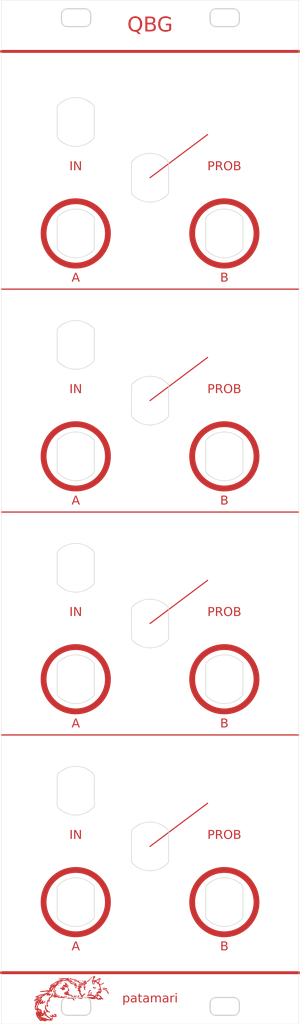
<source format=kicad_pcb>
(kicad_pcb (version 20240108) (generator "pcbnew") (generator_version "8.0")
  (layers (0 "F.Cu" signal) (31 "B.Cu" signal) (34 "B.Paste" user) (35 "F.Paste" user) (36 "B.SilkS" user "B.Silkscreen") (37 "F.SilkS" user "F.Silkscreen") (38 "B.Mask" user) (39 "F.Mask" user) (44 "Edge.Cuts" user))
  (net 0 "")
  (footprint "Library:BananaJackInputMountingHole" (layer "F.Cu") (at 101.6 57.15)
    (property "Reference" "REF**" (hide yes))
    (property "Value" "BananaJackInputMountingHole" (hide yes))
    (fp_line (start -3.174999 2.501101) (end -3.174999 -2.5063) (stroke (width 0.1)) (layer "Edge.Cuts"))
    (fp_line (start 3.175001 -2.501301) (end 3.175001 2.5063) (stroke (width 0.1)) (layer "Edge.Cuts"))
    (fp_arc (start -3.174999 -2.5063) (mid -3.140023 -2.69) (end -3.039999 -2.848) (stroke (width 0.1)) (layer "Edge.Cuts"))
    (fp_arc (start -3.039999 -2.848) (mid 0.000001 -4.165658) (end 3.040001 -2.848) (stroke (width 0.1)) (layer "Edge.Cuts"))
    (fp_arc (start -3.039999 2.848) (mid -3.140967 2.687575) (end -3.174999 2.501101) (stroke (width 0.1)) (layer "Edge.Cuts"))
    (fp_arc (start 3.040001 -2.848) (mid 3.140948 -2.687676) (end 3.175001 -2.501301) (stroke (width 0.1)) (layer "Edge.Cuts"))
    (fp_arc (start 3.040001 2.848) (mid 0.000001 4.165658) (end -3.039999 2.848) (stroke (width 0.1)) (layer "Edge.Cuts"))
    (fp_arc (start 3.175001 2.5063) (mid 3.140031 2.690004) (end 3.040001 2.848) (stroke (width 0.1)) (layer "Edge.Cuts"))
  )
  (footprint "Library:BananaJackOutputMountingHole" (layer "F.Cu") (at 114.3 180.975)
    (property "Reference" "REF**" (hide yes))
    (property "Value" "BananaJackOutputMountingHole" (hide yes))
    (fp_circle (center 0 0) (end 5.5 0) (stroke (width 1)) (fill none) (layer "F.Cu"))
    (fp_line (start -3.174999 2.501101) (end -3.174999 -2.5063) (stroke (width 0.1)) (layer "Edge.Cuts"))
    (fp_line (start 3.175001 -2.501301) (end 3.175001 2.5063) (stroke (width 0.1)) (layer "Edge.Cuts"))
    (fp_arc (start -3.174999 -2.5063) (mid -3.140023 -2.69) (end -3.039999 -2.848) (stroke (width 0.1)) (layer "Edge.Cuts"))
    (fp_arc (start -3.039999 -2.848) (mid 0.000001 -4.165658) (end 3.040001 -2.848) (stroke (width 0.1)) (layer "Edge.Cuts"))
    (fp_arc (start -3.039999 2.848) (mid -3.140967 2.687575) (end -3.174999 2.501101) (stroke (width 0.1)) (layer "Edge.Cuts"))
    (fp_arc (start 3.040001 -2.848) (mid 3.140948 -2.687676) (end 3.175001 -2.501301) (stroke (width 0.1)) (layer "Edge.Cuts"))
    (fp_arc (start 3.040001 2.848) (mid 0.000001 4.165658) (end -3.039999 2.848) (stroke (width 0.1)) (layer "Edge.Cuts"))
    (fp_arc (start 3.175001 2.5063) (mid 3.140031 2.690004) (end 3.040001 2.848) (stroke (width 0.1)) (layer "Edge.Cuts"))
    (fp_text user "B" (at 0 7.62 0) (layer "F.Cu") (effects (font (size 1.5 1.5) (thickness 0.1875))))
  )
  (footprint "Library:BananaJackInputMountingHole" (layer "F.Cu") (at 101.6 95.25)
    (property "Reference" "REF**" (hide yes))
    (property "Value" "BananaJackInputMountingHole" (hide yes))
    (fp_line (start -3.174999 2.501101) (end -3.174999 -2.5063) (stroke (width 0.1)) (layer "Edge.Cuts"))
    (fp_line (start 3.175001 -2.501301) (end 3.175001 2.5063) (stroke (width 0.1)) (layer "Edge.Cuts"))
    (fp_arc (start -3.174999 -2.5063) (mid -3.140023 -2.69) (end -3.039999 -2.848) (stroke (width 0.1)) (layer "Edge.Cuts"))
    (fp_arc (start -3.039999 -2.848) (mid 0.000001 -4.165658) (end 3.040001 -2.848) (stroke (width 0.1)) (layer "Edge.Cuts"))
    (fp_arc (start -3.039999 2.848) (mid -3.140967 2.687575) (end -3.174999 2.501101) (stroke (width 0.1)) (layer "Edge.Cuts"))
    (fp_arc (start 3.040001 -2.848) (mid 3.140948 -2.687676) (end 3.175001 -2.501301) (stroke (width 0.1)) (layer "Edge.Cuts"))
    (fp_arc (start 3.040001 2.848) (mid 0.000001 4.165658) (end -3.039999 2.848) (stroke (width 0.1)) (layer "Edge.Cuts"))
    (fp_arc (start 3.175001 2.5063) (mid 3.140031 2.690004) (end 3.040001 2.848) (stroke (width 0.1)) (layer "Edge.Cuts"))
  )
  (footprint "Library:BananaJackOutputMountingHole" (layer "F.Cu") (at 114.3 142.875)
    (property "Reference" "REF**" (hide yes))
    (property "Value" "BananaJackOutputMountingHole" (hide yes))
    (fp_circle (center 0 0) (end 5.5 0) (stroke (width 1)) (fill none) (layer "F.Cu"))
    (fp_line (start -3.174999 2.501101) (end -3.174999 -2.5063) (stroke (width 0.1)) (layer "Edge.Cuts"))
    (fp_line (start 3.175001 -2.501301) (end 3.175001 2.5063) (stroke (width 0.1)) (layer "Edge.Cuts"))
    (fp_arc (start -3.174999 -2.5063) (mid -3.140023 -2.69) (end -3.039999 -2.848) (stroke (width 0.1)) (layer "Edge.Cuts"))
    (fp_arc (start -3.039999 -2.848) (mid 0.000001 -4.165658) (end 3.040001 -2.848) (stroke (width 0.1)) (layer "Edge.Cuts"))
    (fp_arc (start -3.039999 2.848) (mid -3.140967 2.687575) (end -3.174999 2.501101) (stroke (width 0.1)) (layer "Edge.Cuts"))
    (fp_arc (start 3.040001 -2.848) (mid 3.140948 -2.687676) (end 3.175001 -2.501301) (stroke (width 0.1)) (layer "Edge.Cuts"))
    (fp_arc (start 3.040001 2.848) (mid 0.000001 4.165658) (end -3.039999 2.848) (stroke (width 0.1)) (layer "Edge.Cuts"))
    (fp_arc (start 3.175001 2.5063) (mid 3.140031 2.690004) (end 3.040001 2.848) (stroke (width 0.1)) (layer "Edge.Cuts"))
    (fp_text user "B" (at 0 7.62 0) (layer "F.Cu") (effects (font (size 1.5 1.5) (thickness 0.1875))))
  )
  (footprint "Library:4UMountingHole" (layer "F.Cu") (at 114.3 198.8)
    (property "Reference" "REF**" (hide yes))
    (property "Value" "4UMountingHole" (hide yes))
    (fp_line (start -2.4375 0.525) (end -2.4375 -0.525) (stroke (width 0.2)) (layer "Edge.Cuts"))
    (fp_line (start -1.4375 -1.525) (end 1.5625 -1.525) (stroke (width 0.2)) (layer "Edge.Cuts"))
    (fp_line (start 1.5625 1.525) (end -1.4375 1.525) (stroke (width 0.2)) (layer "Edge.Cuts"))
    (fp_line (start 2.5625 -0.525) (end 2.5625 0.525) (stroke (width 0.2)) (layer "Edge.Cuts"))
    (fp_arc (start -2.4375 -0.525) (mid -2.144607 -1.232107) (end -1.4375 -1.525) (stroke (width 0.2)) (layer "Edge.Cuts"))
    (fp_arc (start -1.4375 1.525) (mid -2.144607 1.232107) (end -2.4375 0.525) (stroke (width 0.2)) (layer "Edge.Cuts"))
    (fp_arc (start 1.5625 -1.525) (mid 2.269607 -1.232107) (end 2.5625 -0.525) (stroke (width 0.2)) (layer "Edge.Cuts"))
    (fp_arc (start 2.5625 0.525) (mid 2.269607 1.232107) (end 1.5625 1.525) (stroke (width 0.2)) (layer "Edge.Cuts"))
  )
  (footprint "Library:BananaJackOutputMountingHole" (layer "F.Cu") (at 88.9 66.675)
    (property "Reference" "REF**" (hide yes))
    (property "Value" "BananaJackOutputMountingHole" (hide yes))
    (fp_circle (center 0 0) (end 5.5 0) (stroke (width 1)) (fill none) (layer "F.Cu"))
    (fp_line (start -3.174999 2.501101) (end -3.174999 -2.5063) (stroke (width 0.1)) (layer "Edge.Cuts"))
    (fp_line (start 3.175001 -2.501301) (end 3.175001 2.5063) (stroke (width 0.1)) (layer "Edge.Cuts"))
    (fp_arc (start -3.174999 -2.5063) (mid -3.140023 -2.69) (end -3.039999 -2.848) (stroke (width 0.1)) (layer "Edge.Cuts"))
    (fp_arc (start -3.039999 -2.848) (mid 0.000001 -4.165658) (end 3.040001 -2.848) (stroke (width 0.1)) (layer "Edge.Cuts"))
    (fp_arc (start -3.039999 2.848) (mid -3.140967 2.687575) (end -3.174999 2.501101) (stroke (width 0.1)) (layer "Edge.Cuts"))
    (fp_arc (start 3.040001 -2.848) (mid 3.140948 -2.687676) (end 3.175001 -2.501301) (stroke (width 0.1)) (layer "Edge.Cuts"))
    (fp_arc (start 3.040001 2.848) (mid 0.000001 4.165658) (end -3.039999 2.848) (stroke (width 0.1)) (layer "Edge.Cuts"))
    (fp_arc (start 3.175001 2.5063) (mid 3.140031 2.690004) (end 3.040001 2.848) (stroke (width 0.1)) (layer "Edge.Cuts"))
    (fp_text user "A" (at 0 7.62 0) (layer "F.Cu") (effects (font (size 1.5 1.5) (thickness 0.1875))))
  )
  (footprint "Library:4UMountingHole" (layer "F.Cu") (at 88.9 29.8)
    (property "Reference" "REF**" (hide yes))
    (property "Value" "4UMountingHole" (hide yes))
    (fp_line (start -2.4375 0.525) (end -2.4375 -0.525) (stroke (width 0.2)) (layer "Edge.Cuts"))
    (fp_line (start -1.4375 -1.525) (end 1.5625 -1.525) (stroke (width 0.2)) (layer "Edge.Cuts"))
    (fp_line (start 1.5625 1.525) (end -1.4375 1.525) (stroke (width 0.2)) (layer "Edge.Cuts"))
    (fp_line (start 2.5625 -0.525) (end 2.5625 0.525) (stroke (width 0.2)) (layer "Edge.Cuts"))
    (fp_arc (start -2.4375 -0.525) (mid -2.144607 -1.232107) (end -1.4375 -1.525) (stroke (width 0.2)) (layer "Edge.Cuts"))
    (fp_arc (start -1.4375 1.525) (mid -2.144607 1.232107) (end -2.4375 0.525) (stroke (width 0.2)) (layer "Edge.Cuts"))
    (fp_arc (start 1.5625 -1.525) (mid 2.269607 -1.232107) (end 2.5625 -0.525) (stroke (width 0.2)) (layer "Edge.Cuts"))
    (fp_arc (start 2.5625 0.525) (mid 2.269607 1.232107) (end 1.5625 1.525) (stroke (width 0.2)) (layer "Edge.Cuts"))
  )
  (footprint "Library:BananaJackOutputMountingHole" (layer "F.Cu") (at 114.3 66.675)
    (property "Reference" "REF**" (hide yes))
    (property "Value" "BananaJackOutputMountingHole" (hide yes))
    (fp_circle (center 0 0) (end 5.5 0) (stroke (width 1)) (fill none) (layer "F.Cu"))
    (fp_line (start -3.174999 2.501101) (end -3.174999 -2.5063) (stroke (width 0.1)) (layer "Edge.Cuts"))
    (fp_line (start 3.175001 -2.501301) (end 3.175001 2.5063) (stroke (width 0.1)) (layer "Edge.Cuts"))
    (fp_arc (start -3.174999 -2.5063) (mid -3.140023 -2.69) (end -3.039999 -2.848) (stroke (width 0.1)) (layer "Edge.Cuts"))
    (fp_arc (start -3.039999 -2.848) (mid 0.000001 -4.165658) (end 3.040001 -2.848) (stroke (width 0.1)) (layer "Edge.Cuts"))
    (fp_arc (start -3.039999 2.848) (mid -3.140967 2.687575) (end -3.174999 2.501101) (stroke (width 0.1)) (layer "Edge.Cuts"))
    (fp_arc (start 3.040001 -2.848) (mid 3.140948 -2.687676) (end 3.175001 -2.501301) (stroke (width 0.1)) (layer "Edge.Cuts"))
    (fp_arc (start 3.040001 2.848) (mid 0.000001 4.165658) (end -3.039999 2.848) (stroke (width 0.1)) (layer "Edge.Cuts"))
    (fp_arc (start 3.175001 2.5063) (mid 3.140031 2.690004) (end 3.040001 2.848) (stroke (width 0.1)) (layer "Edge.Cuts"))
    (fp_text user "B" (at 0 7.62 0) (layer "F.Cu") (effects (font (size 1.5 1.5) (thickness 0.1875))))
  )
  (footprint "Library:BananaJackInputMountingHole" (layer "F.Cu") (at 88.9 161.925)
    (property "Reference" "REF**" (hide yes))
    (property "Value" "BananaJackInputMountingHole" (hide yes))
    (fp_line (start -3.174999 2.501101) (end -3.174999 -2.5063) (stroke (width 0.1)) (layer "Edge.Cuts"))
    (fp_line (start 3.175001 -2.501301) (end 3.175001 2.5063) (stroke (width 0.1)) (layer "Edge.Cuts"))
    (fp_arc (start -3.174999 -2.5063) (mid -3.140023 -2.69) (end -3.039999 -2.848) (stroke (width 0.1)) (layer "Edge.Cuts"))
    (fp_arc (start -3.039999 -2.848) (mid 0.000001 -4.165658) (end 3.040001 -2.848) (stroke (width 0.1)) (layer "Edge.Cuts"))
    (fp_arc (start -3.039999 2.848) (mid -3.140967 2.687575) (end -3.174999 2.501101) (stroke (width 0.1)) (layer "Edge.Cuts"))
    (fp_arc (start 3.040001 -2.848) (mid 3.140948 -2.687676) (end 3.175001 -2.501301) (stroke (width 0.1)) (layer "Edge.Cuts"))
    (fp_arc (start 3.040001 2.848) (mid 0.000001 4.165658) (end -3.039999 2.848) (stroke (width 0.1)) (layer "Edge.Cuts"))
    (fp_arc (start 3.175001 2.5063) (mid 3.140031 2.690004) (end 3.040001 2.848) (stroke (width 0.1)) (layer "Edge.Cuts"))
    (fp_text user "IN" (at 0 7.62 0) (layer "F.Cu") (effects (font (size 1.5 1.5) (thickness 0.1875))))
  )
  (footprint "Library:BananaJackOutputMountingHole" (layer "F.Cu") (at 88.9 104.775)
    (property "Reference" "REF**" (hide yes))
    (property "Value" "BananaJackOutputMountingHole" (hide yes))
    (fp_circle (center 0 0) (end 5.5 0) (stroke (width 1)) (fill none) (layer "F.Cu"))
    (fp_line (start -3.174999 2.501101) (end -3.174999 -2.5063) (stroke (width 0.1)) (layer "Edge.Cuts"))
    (fp_line (start 3.175001 -2.501301) (end 3.175001 2.5063) (stroke (width 0.1)) (layer "Edge.Cuts"))
    (fp_arc (start -3.174999 -2.5063) (mid -3.140023 -2.69) (end -3.039999 -2.848) (stroke (width 0.1)) (layer "Edge.Cuts"))
    (fp_arc (start -3.039999 -2.848) (mid 0.000001 -4.165658) (end 3.040001 -2.848) (stroke (width 0.1)) (layer "Edge.Cuts"))
    (fp_arc (start -3.039999 2.848) (mid -3.140967 2.687575) (end -3.174999 2.501101) (stroke (width 0.1)) (layer "Edge.Cuts"))
    (fp_arc (start 3.040001 -2.848) (mid 3.140948 -2.687676) (end 3.175001 -2.501301) (stroke (width 0.1)) (layer "Edge.Cuts"))
    (fp_arc (start 3.040001 2.848) (mid 0.000001 4.165658) (end -3.039999 2.848) (stroke (width 0.1)) (layer "Edge.Cuts"))
    (fp_arc (start 3.175001 2.5063) (mid 3.140031 2.690004) (end 3.040001 2.848) (stroke (width 0.1)) (layer "Edge.Cuts"))
    (fp_text user "A" (at 0 7.62 0) (layer "F.Cu") (effects (font (size 1.5 1.5) (thickness 0.1875))))
  )
  (footprint "MountingHole:MountingHole_6mm" (layer "F.Cu") (at 101.6 180.975)
    (property "Reference" "REF**" (hide yes))
    (property "Value" "MountingHole_6mm" (hide yes))
    (pad "" np_thru_hole circle (at 0 0) (size 4.34 4.34) (drill 4.34) (layers "F&B.Cu" "*.Mask"))
  )
  (footprint "Library:BananaJackInputMountingHole" (layer "F.Cu") (at 101.6 133.35)
    (property "Reference" "REF**" (hide yes))
    (property "Value" "BananaJackInputMountingHole" (hide yes))
    (fp_line (start -3.174999 2.501101) (end -3.174999 -2.5063) (stroke (width 0.1)) (layer "Edge.Cuts"))
    (fp_line (start 3.175001 -2.501301) (end 3.175001 2.5063) (stroke (width 0.1)) (layer "Edge.Cuts"))
    (fp_arc (start -3.174999 -2.5063) (mid -3.140023 -2.69) (end -3.039999 -2.848) (stroke (width 0.1)) (layer "Edge.Cuts"))
    (fp_arc (start -3.039999 -2.848) (mid 0.000001 -4.165658) (end 3.040001 -2.848) (stroke (width 0.1)) (layer "Edge.Cuts"))
    (fp_arc (start -3.039999 2.848) (mid -3.140967 2.687575) (end -3.174999 2.501101) (stroke (width 0.1)) (layer "Edge.Cuts"))
    (fp_arc (start 3.040001 -2.848) (mid 3.140948 -2.687676) (end 3.175001 -2.501301) (stroke (width 0.1)) (layer "Edge.Cuts"))
    (fp_arc (start 3.040001 2.848) (mid 0.000001 4.165658) (end -3.039999 2.848) (stroke (width 0.1)) (layer "Edge.Cuts"))
    (fp_arc (start 3.175001 2.5063) (mid 3.140031 2.690004) (end 3.040001 2.848) (stroke (width 0.1)) (layer "Edge.Cuts"))
  )
  (footprint "MountingHole:MountingHole_6mm" (layer "F.Cu") (at 101.6 66.675)
    (property "Reference" "REF**" (hide yes))
    (property "Value" "MountingHole_6mm" (hide yes))
    (pad "" np_thru_hole circle (at 0 0) (size 4.34 4.34) (drill 4.34) (layers "F&B.Cu" "*.Mask"))
  )
  (footprint "Library:4UMountingHole" (layer "F.Cu") (at 114.3 29.8)
    (property "Reference" "REF**" (hide yes))
    (property "Value" "4UMountingHole" (hide yes))
    (fp_line (start -2.4375 0.525) (end -2.4375 -0.525) (stroke (width 0.2)) (layer "Edge.Cuts"))
    (fp_line (start -1.4375 -1.525) (end 1.5625 -1.525) (stroke (width 0.2)) (layer "Edge.Cuts"))
    (fp_line (start 1.5625 1.525) (end -1.4375 1.525) (stroke (width 0.2)) (layer "Edge.Cuts"))
    (fp_line (start 2.5625 -0.525) (end 2.5625 0.525) (stroke (width 0.2)) (layer "Edge.Cuts"))
    (fp_arc (start -2.4375 -0.525) (mid -2.144607 -1.232107) (end -1.4375 -1.525) (stroke (width 0.2)) (layer "Edge.Cuts"))
    (fp_arc (start -1.4375 1.525) (mid -2.144607 1.232107) (end -2.4375 0.525) (stroke (width 0.2)) (layer "Edge.Cuts"))
    (fp_arc (start 1.5625 -1.525) (mid 2.269607 -1.232107) (end 2.5625 -0.525) (stroke (width 0.2)) (layer "Edge.Cuts"))
    (fp_arc (start 2.5625 0.525) (mid 2.269607 1.232107) (end 1.5625 1.525) (stroke (width 0.2)) (layer "Edge.Cuts"))
  )
  (footprint "Library:BananaJackInputMountingHole" (layer "F.Cu") (at 101.6 171.45)
    (property "Reference" "REF**" (hide yes))
    (property "Value" "BananaJackInputMountingHole" (hide yes))
    (fp_line (start -3.174999 2.501101) (end -3.174999 -2.5063) (stroke (width 0.1)) (layer "Edge.Cuts"))
    (fp_line (start 3.175001 -2.501301) (end 3.175001 2.5063) (stroke (width 0.1)) (layer "Edge.Cuts"))
    (fp_arc (start -3.174999 -2.5063) (mid -3.140023 -2.69) (end -3.039999 -2.848) (stroke (width 0.1)) (layer "Edge.Cuts"))
    (fp_arc (start -3.039999 -2.848) (mid 0.000001 -4.165658) (end 3.040001 -2.848) (stroke (width 0.1)) (layer "Edge.Cuts"))
    (fp_arc (start -3.039999 2.848) (mid -3.140967 2.687575) (end -3.174999 2.501101) (stroke (width 0.1)) (layer "Edge.Cuts"))
    (fp_arc (start 3.040001 -2.848) (mid 3.140948 -2.687676) (end 3.175001 -2.501301) (stroke (width 0.1)) (layer "Edge.Cuts"))
    (fp_arc (start 3.040001 2.848) (mid 0.000001 4.165658) (end -3.039999 2.848) (stroke (width 0.1)) (layer "Edge.Cuts"))
    (fp_arc (start 3.175001 2.5063) (mid 3.140031 2.690004) (end 3.040001 2.848) (stroke (width 0.1)) (layer "Edge.Cuts"))
  )
  (footprint "MountingHole:MountingHole_6mm" (layer "F.Cu") (at 114.3 161.925)
    (property "Reference" "REF**" (hide yes))
    (property "Value" "MountingHole_6mm" (hide yes))
    (pad "" np_thru_hole circle (at 0 0) (size 7 7) (drill 7) (layers "F&B.Cu" "*.Mask"))
  )
  (footprint "Library:BananaJackOutputMountingHole" (layer "F.Cu") (at 88.9 142.875)
    (property "Reference" "REF**" (hide yes))
    (property "Value" "BananaJackOutputMountingHole" (hide yes))
    (fp_circle (center 0 0) (end 5.5 0) (stroke (width 1)) (fill none) (layer "F.Cu"))
    (fp_line (start -3.174999 2.501101) (end -3.174999 -2.5063) (stroke (width 0.1)) (layer "Edge.Cuts"))
    (fp_line (start 3.175001 -2.501301) (end 3.175001 2.5063) (stroke (width 0.1)) (layer "Edge.Cuts"))
    (fp_arc (start -3.174999 -2.5063) (mid -3.140023 -2.69) (end -3.039999 -2.848) (stroke (width 0.1)) (layer "Edge.Cuts"))
    (fp_arc (start -3.039999 -2.848) (mid 0.000001 -4.165658) (end 3.040001 -2.848) (stroke (width 0.1)) (layer "Edge.Cuts"))
    (fp_arc (start -3.039999 2.848) (mid -3.140967 2.687575) (end -3.174999 2.501101) (stroke (width 0.1)) (layer "Edge.Cuts"))
    (fp_arc (start 3.040001 -2.848) (mid 3.140948 -2.687676) (end 3.175001 -2.501301) (stroke (width 0.1)) (layer "Edge.Cuts"))
    (fp_arc (start 3.040001 2.848) (mid 0.000001 4.165658) (end -3.039999 2.848) (stroke (width 0.1)) (layer "Edge.Cuts"))
    (fp_arc (start 3.175001 2.5063) (mid 3.140031 2.690004) (end 3.040001 2.848) (stroke (width 0.1)) (layer "Edge.Cuts"))
    (fp_text user "A" (at 0 7.62 0) (layer "F.Cu") (effects (font (size 1.5 1.5) (thickness 0.1875))))
  )
  (footprint "MountingHole:MountingHole_4mm" (layer "F.Cu") (at 101.6 161.925)
    (property "Reference" "REF**" (hide yes))
    (property "Value" "MountingHole_4mm" (hide yes))
    (pad "" np_thru_hole circle (at 0 0) (size 5 5) (drill 5) (layers "F&B.Cu" "*.Mask"))
  )
  (footprint "Library:BananaJackOutputMountingHole" (layer "F.Cu") (at 88.9 180.975)
    (property "Reference" "REF**" (hide yes))
    (property "Value" "BananaJackOutputMountingHole" (hide yes))
    (fp_circle (center 0 0) (end 5.5 0) (stroke (width 1)) (fill none) (layer "F.Cu"))
    (fp_line (start -3.174999 2.501101) (end -3.174999 -2.5063) (stroke (width 0.1)) (layer "Edge.Cuts"))
    (fp_line (start 3.175001 -2.501301) (end 3.175001 2.5063) (stroke (width 0.1)) (layer "Edge.Cuts"))
    (fp_arc (start -3.174999 -2.5063) (mid -3.140023 -2.69) (end -3.039999 -2.848) (stroke (width 0.1)) (layer "Edge.Cuts"))
    (fp_arc (start -3.039999 -2.848) (mid 0.000001 -4.165658) (end 3.040001 -2.848) (stroke (width 0.1)) (layer "Edge.Cuts"))
    (fp_arc (start -3.039999 2.848) (mid -3.140967 2.687575) (end -3.174999 2.501101) (stroke (width 0.1)) (layer "Edge.Cuts"))
    (fp_arc (start 3.040001 -2.848) (mid 3.140948 -2.687676) (end 3.175001 -2.501301) (stroke (width 0.1)) (layer "Edge.Cuts"))
    (fp_arc (start 3.040001 2.848) (mid 0.000001 4.165658) (end -3.039999 2.848) (stroke (width 0.1)) (layer "Edge.Cuts"))
    (fp_arc (start 3.175001 2.5063) (mid 3.140031 2.690004) (end 3.040001 2.848) (stroke (width 0.1)) (layer "Edge.Cuts"))
    (fp_text user "A" (at 0 7.62 0) (layer "F.Cu") (effects (font (size 1.5 1.5) (thickness 0.1875))))
  )
  (footprint "Library:BananaJackInputMountingHole" (layer "F.Cu") (at 88.9 123.825)
    (property "Reference" "REF**" (hide yes))
    (property "Value" "BananaJackInputMountingHole" (hide yes))
    (fp_line (start -3.174999 2.501101) (end -3.174999 -2.5063) (stroke (width 0.1)) (layer "Edge.Cuts"))
    (fp_line (start 3.175001 -2.501301) (end 3.175001 2.5063) (stroke (width 0.1)) (layer "Edge.Cuts"))
    (fp_arc (start -3.174999 -2.5063) (mid -3.140023 -2.69) (end -3.039999 -2.848) (stroke (width 0.1)) (layer "Edge.Cuts"))
    (fp_arc (start -3.039999 -2.848) (mid 0.000001 -4.165658) (end 3.040001 -2.848) (stroke (width 0.1)) (layer "Edge.Cuts"))
    (fp_arc (start -3.039999 2.848) (mid -3.140967 2.687575) (end -3.174999 2.501101) (stroke (width 0.1)) (layer "Edge.Cuts"))
    (fp_arc (start 3.040001 -2.848) (mid 3.140948 -2.687676) (end 3.175001 -2.501301) (stroke (width 0.1)) (layer "Edge.Cuts"))
    (fp_arc (start 3.040001 2.848) (mid 0.000001 4.165658) (end -3.039999 2.848) (stroke (width 0.1)) (layer "Edge.Cuts"))
    (fp_arc (start 3.175001 2.5063) (mid 3.140031 2.690004) (end 3.040001 2.848) (stroke (width 0.1)) (layer "Edge.Cuts"))
    (fp_text user "IN" (at 0 7.62 0) (layer "F.Cu") (effects (font (size 1.5 1.5) (thickness 0.1875))))
  )
  (footprint "MountingHole:MountingHole_6mm" (layer "F.Cu") (at 101.6 104.775)
    (property "Reference" "REF**" (hide yes))
    (property "Value" "MountingHole_6mm" (hide yes))
    (pad "" np_thru_hole circle (at 0 0) (size 4.34 4.34) (drill 4.34) (layers "F&B.Cu" "*.Mask"))
  )
  (footprint "MountingHole:MountingHole_6mm" (layer "F.Cu") (at 114.3 47.625)
    (property "Reference" "REF**" (hide yes))
    (property "Value" "MountingHole_6mm" (hide yes))
    (pad "" np_thru_hole circle (at 0 0) (size 7 7) (drill 7) (layers "F&B.Cu" "*.Mask"))
  )
  (footprint "MountingHole:MountingHole_4mm" (layer "F.Cu") (at 101.6 123.825)
    (property "Reference" "REF**" (hide yes))
    (property "Value" "MountingHole_4mm" (hide yes))
    (pad "" np_thru_hole circle (at 0 0) (size 5 5) (drill 5) (layers "F&B.Cu" "*.Mask"))
  )
  (footprint "MountingHole:MountingHole_6mm" (layer "F.Cu") (at 114.3 85.725)
    (property "Reference" "REF**" (hide yes))
    (property "Value" "MountingHole_6mm" (hide yes))
    (pad "" np_thru_hole circle (at 0 0) (size 7 7) (drill 7) (layers "F&B.Cu" "*.Mask"))
  )
  (footprint "Library:BananaJackInputMountingHole" (layer "F.Cu") (at 88.9 85.725)
    (property "Reference" "REF**" (hide yes))
    (property "Value" "BananaJackInputMountingHole" (hide yes))
    (fp_line (start -3.174999 2.501101) (end -3.174999 -2.5063) (stroke (width 0.1)) (layer "Edge.Cuts"))
    (fp_line (start 3.175001 -2.501301) (end 3.175001 2.5063) (stroke (width 0.1)) (layer "Edge.Cuts"))
    (fp_arc (start -3.174999 -2.5063) (mid -3.140023 -2.69) (end -3.039999 -2.848) (stroke (width 0.1)) (layer "Edge.Cuts"))
    (fp_arc (start -3.039999 -2.848) (mid 0.000001 -4.165658) (end 3.040001 -2.848) (stroke (width 0.1)) (layer "Edge.Cuts"))
    (fp_arc (start -3.039999 2.848) (mid -3.140967 2.687575) (end -3.174999 2.501101) (stroke (width 0.1)) (layer "Edge.Cuts"))
    (fp_arc (start 3.040001 -2.848) (mid 3.140952 -2.687676) (end 3.175001 -2.501301) (stroke (width 0.1)) (layer "Edge.Cuts"))
    (fp_arc (start 3.040001 2.848) (mid 0.000001 4.165658) (end -3.039999 2.848) (stroke (width 0.1)) (layer "Edge.Cuts"))
    (fp_arc (start 3.175001 2.5063) (mid 3.140025 2.69) (end 3.040001 2.848) (stroke (width 0.1)) (layer "Edge.Cuts"))
    (fp_text user "IN" (at 0 7.62 0) (layer "F.Cu") (effects (font (size 1.5 1.5) (thickness 0.1875))))
  )
  (footprint "MountingHole:MountingHole_6mm" (layer "F.Cu") (at 114.3 123.825)
    (property "Reference" "REF**" (hide yes))
    (property "Value" "MountingHole_6mm" (hide yes))
    (pad "" np_thru_hole circle (at 0 0) (size 7 7) (drill 7) (layers "F&B.Cu" "*.Mask"))
  )
  (footprint "Library:BananaJackOutputMountingHole" (layer "F.Cu") (at 114.3 104.775)
    (property "Reference" "REF**" (hide yes))
    (property "Value" "BananaJackOutputMountingHole" (hide yes))
    (fp_circle (center 0 0) (end 5.5 0) (stroke (width 1)) (fill none) (layer "F.Cu"))
    (fp_line (start -3.174999 2.501101) (end -3.174999 -2.5063) (stroke (width 0.1)) (layer "Edge.Cuts"))
    (fp_line (start 3.175001 -2.501301) (end 3.175001 2.5063) (stroke (width 0.1)) (layer "Edge.Cuts"))
    (fp_arc (start -3.174999 -2.5063) (mid -3.140023 -2.69) (end -3.039999 -2.848) (stroke (width 0.1)) (layer "Edge.Cuts"))
    (fp_arc (start -3.039999 -2.848) (mid 0.000001 -4.165658) (end 3.040001 -2.848) (stroke (width 0.1)) (layer "Edge.Cuts"))
    (fp_arc (start -3.039999 2.848) (mid -3.140967 2.687575) (end -3.174999 2.501101) (stroke (width 0.1)) (layer "Edge.Cuts"))
    (fp_arc (start 3.040001 -2.848) (mid 3.140948 -2.687676) (end 3.175001 -2.501301) (stroke (width 0.1)) (layer "Edge.Cuts"))
    (fp_arc (start 3.040001 2.848) (mid 0.000001 4.165658) (end -3.039999 2.848) (stroke (width 0.1)) (layer "Edge.Cuts"))
    (fp_arc (start 3.175001 2.5063) (mid 3.140031 2.690004) (end 3.040001 2.848) (stroke (width 0.1)) (layer "Edge.Cuts"))
    (fp_text user "B" (at 0 7.62 0) (layer "F.Cu") (effects (font (size 1.5 1.5) (thickness 0.1875))))
  )
  (footprint "Library:4UMountingHole" (layer "F.Cu") (at 88.9 198.8)
    (property "Reference" "REF**" (hide yes))
    (property "Value" "4UMountingHole" (hide yes))
    (fp_line (start -2.4375 0.525) (end -2.4375 -0.525) (stroke (width 0.2)) (layer "Edge.Cuts"))
    (fp_line (start -1.4375 -1.525) (end 1.5625 -1.525) (stroke (width 0.2)) (layer "Edge.Cuts"))
    (fp_line (start 1.5625 1.525) (end -1.4375 1.525) (stroke (width 0.2)) (layer "Edge.Cuts"))
    (fp_line (start 2.5625 -0.525) (end 2.5625 0.525) (stroke (width 0.2)) (layer "Edge.Cuts"))
    (fp_arc (start -2.4375 -0.525) (mid -2.144607 -1.232107) (end -1.4375 -1.525) (stroke (width 0.2)) (layer "Edge.Cuts"))
    (fp_arc (start -1.4375 1.525) (mid -2.144607 1.232107) (end -2.4375 0.525) (stroke (width 0.2)) (layer "Edge.Cuts"))
    (fp_arc (start 1.5625 -1.525) (mid 2.269607 -1.232107) (end 2.5625 -0.525) (stroke (width 0.2)) (layer "Edge.Cuts"))
    (fp_arc (start 2.5625 0.525) (mid 2.269607 1.232107) (end 1.5625 1.525) (stroke (width 0.2)) (layer "Edge.Cuts"))
  )
  (footprint "MountingHole:MountingHole_6mm" (layer "F.Cu") (at 101.6 142.875)
    (property "Reference" "REF**" (hide yes))
    (property "Value" "MountingHole_6mm" (hide yes))
    (pad "" np_thru_hole circle (at 0 0) (size 4.34 4.34) (drill 4.34) (layers "F&B.Cu" "*.Mask"))
  )
  (footprint "MountingHole:MountingHole_4mm" (layer "F.Cu") (at 101.6 85.725)
    (property "Reference" "REF**" (hide yes))
    (property "Value" "MountingHole_4mm" (hide yes))
    (pad "" np_thru_hole circle (at 0 0) (size 5 5) (drill 5) (layers "F&B.Cu" "*.Mask"))
  )
  (footprint "MountingHole:MountingHole_4mm" (layer "F.Cu") (at 101.6 47.625)
    (property "Reference" "REF**" (hide yes))
    (property "Value" "MountingHole_4mm" (hide yes))
    (pad "" np_thru_hole circle (at 0 0) (size 5 5) (drill 5) (layers "F&B.Cu" "*.Mask"))
  )
  (footprint "Library:BananaJackInputMountingHole" (layer "F.Cu") (at 88.9 47.625)
    (property "Reference" "REF**" (hide yes))
    (property "Value" "BananaJackInputMountingHole" (hide yes))
    (fp_line (start -3.174999 2.501101) (end -3.174999 -2.5063) (stroke (width 0.1)) (layer "Edge.Cuts"))
    (fp_line (start 3.175001 -2.501301) (end 3.175001 2.5063) (stroke (width 0.1)) (layer "Edge.Cuts"))
    (fp_arc (start -3.174999 -2.5063) (mid -3.140023 -2.69) (end -3.039999 -2.848) (stroke (width 0.1)) (layer "Edge.Cuts"))
    (fp_arc (start -3.039999 -2.848) (mid 0.000001 -4.165658) (end 3.040001 -2.848) (stroke (width 0.1)) (layer "Edge.Cuts"))
    (fp_arc (start -3.039999 2.848) (mid -3.140967 2.687575) (end -3.174999 2.501101) (stroke (width 0.1)) (layer "Edge.Cuts"))
    (fp_arc (start 3.040001 -2.848) (mid 3.140948 -2.687676) (end 3.175001 -2.501301) (stroke (width 0.1)) (layer "Edge.Cuts"))
    (fp_arc (start 3.040001 2.848) (mid 0.000001 4.165658) (end -3.039999 2.848) (stroke (width 0.1)) (layer "Edge.Cuts"))
    (fp_arc (start 3.175001 2.5063) (mid 3.140031 2.690004) (end 3.040001 2.848) (stroke (width 0.1)) (layer "Edge.Cuts"))
    (fp_text user "IN" (at 0 7.62 0) (layer "F.Cu") (effects (font (size 1.5 1.5) (thickness 0.1875))))
  )
  (gr_poly (pts (xy 92.068148 195.577001) (xy 92.11117 195.596603) (xy 92.154192 195.616205) (xy 92.194979 195.587637) (xy 92.235765 195.559069) (xy 92.347069 195.559069) (xy 92.369027 195.585527) (xy 92.390986 195.611985) (xy 92.371044 195.636014) (xy 92.351102 195.660042) (xy 92.261422 195.706569) (xy 92.171743 195.753097) (xy 92.124865 195.752407) (xy 92.077985 195.751717) (xy 92.02507 195.728097) (xy 91.972153 195.704477) (xy 91.92134 195.65045) (xy 91.870527 195.596423) (xy 91.868422 195.529239) (xy 91.866317 195.462055) (xy 91.930173 195.456717) (xy 91.994029 195.451379)) (stroke (width -0.000001)) (fill solid) (layer "F.Cu"))
  (gr_poly (pts (xy 88.957062 195.566145) (xy 89.052918 195.61153) (xy 89.052918 195.678768) (xy 89.025016 195.689474) (xy 88.997116 195.70018) (xy 88.985329 195.69795) (xy 88.973542 195.69572) (xy 88.902987 195.678229) (xy 88.832431 195.660736) (xy 88.809256 195.654121) (xy 88.786081 195.647507) (xy 88.791617 195.590203) (xy 88.797154 195.5329) (xy 88.829181 195.52683) (xy 88.861207 195.52076)) (stroke (width -0.000001)) (fill solid) (layer "F.Cu"))
  (gr_poly (pts (xy 85.297076 200.092556) (xy 85.410487 200.109547) (xy 85.511911 200.129773) (xy 85.613334 200.150001) (xy 85.613334 200.182209) (xy 85.557579 200.290027) (xy 85.613334 200.460488) (xy 85.613334 200.564192) (xy 85.586618 200.586365) (xy 85.559902 200.608536) (xy 85.441097 200.616981) (xy 85.322292 200.625426) (xy 85.209008 200.579329) (xy 85.095724 200.533233) (xy 85.066529 200.533233) (xy 85.066529 200.674345) (xy 85.000383 200.6717) (xy 84.934237 200.669055) (xy 84.881321 200.662046) (xy 84.828404 200.655031) (xy 84.701938 200.594293) (xy 84.575473 200.533556) (xy 84.52114 200.46764) (xy 84.466807 200.401726) (xy 84.466807 200.373729) (xy 84.512211 200.353042) (xy 84.557615 200.332354) (xy 84.591347 200.35342) (xy 84.625078 200.374486) (xy 84.689963 200.374486) (xy 84.73139 200.418583) (xy 84.772818 200.46268) (xy 84.819585 200.46268) (xy 84.819585 200.497957) (xy 84.89014 200.497957) (xy 84.89014 200.461274) (xy 84.854863 200.392124) (xy 84.819585 200.322973) (xy 84.819585 200.231054) (xy 84.856104 200.162819) (xy 84.960696 200.162819) (xy 84.960696 200.233153) (xy 85.033898 200.28618) (xy 85.1071 200.339207) (xy 85.152971 200.339207) (xy 85.167076 200.361406) (xy 85.181182 200.383603) (xy 85.269376 200.414409) (xy 85.357571 200.445215) (xy 85.397258 200.445115) (xy 85.436946 200.445015) (xy 85.436385 200.422967) (xy 85.435824 200.400918) (xy 85.412392 200.370051) (xy 85.38896 200.339208) (xy 85.352525 200.339208) (xy 85.343209 200.31493) (xy 85.333893 200.290651) (xy 85.283995 200.296657) (xy 85.234098 200.302663) (xy 85.264967 200.293184) (xy 85.295834 200.283705) (xy 85.295834 200.249029) (xy 85.216459 200.213918) (xy 85.137084 200.178807) (xy 85.137084 200.114222) (xy 85.160374 200.094893) (xy 85.183664 200.075564)) (stroke (width -0.000001)) (fill solid) (layer "F.Cu"))
  (gr_poly (pts (xy 87.604912 193.95136) (xy 87.672358 193.971568) (xy 87.786692 193.971568) (xy 87.775986 193.999469) (xy 87.765279 194.02737) (xy 87.765279 194.041406) (xy 87.694724 194.077401) (xy 87.624168 194.113396) (xy 87.624168 194.142294) (xy 87.669095 194.162764) (xy 87.714022 194.183234) (xy 87.76616 194.183234) (xy 87.865973 194.218315) (xy 87.965785 194.253397) (xy 88.012018 194.29769) (xy 88.05825 194.341984) (xy 88.115974 194.341984) (xy 88.126876 194.324345) (xy 88.137777 194.306706) (xy 88.188611 194.306706) (xy 88.189651 194.364033) (xy 88.190691 194.421359) (xy 88.229338 194.49911) (xy 88.267984 194.576861) (xy 88.356179 194.601058) (xy 88.444372 194.625254) (xy 88.678129 194.697781) (xy 88.736772 194.735959) (xy 88.795414 194.774137) (xy 88.893296 194.827054) (xy 88.991179 194.879971) (xy 88.991179 194.932541) (xy 88.939261 194.941534) (xy 88.887345 194.950527) (xy 88.890755 194.963755) (xy 88.894165 194.976985) (xy 88.894165 195.011846) (xy 88.966232 195.02337) (xy 89.038298 195.034893) (xy 89.047949 195.060042) (xy 89.057599 195.08519) (xy 89.037618 195.105171) (xy 89.017636 195.125152) (xy 89.017636 195.166603) (xy 89.069594 195.176995) (xy 89.121551 195.187386) (xy 89.14077 195.223297) (xy 89.159989 195.259208) (xy 89.141108 195.294485) (xy 89.122228 195.329763) (xy 89.087019 195.329763) (xy 88.999997 195.285666) (xy 88.912976 195.241569) (xy 88.858886 195.241569) (xy 88.858886 195.2781) (xy 88.933984 195.310291) (xy 89.009082 195.342481) (xy 89.066275 195.390606) (xy 89.12347 195.438732) (xy 89.12347 195.506152) (xy 89.048543 195.506152) (xy 88.942885 195.435596) (xy 88.837227 195.365041) (xy 88.775956 195.365041) (xy 88.720407 195.345676) (xy 88.664859 195.326312) (xy 88.664859 195.278846) (xy 88.704547 195.250518) (xy 88.744234 195.22219) (xy 88.695727 195.186311) (xy 88.64722 195.150432) (xy 88.64722 195.03244) (xy 88.545797 195.021976) (xy 88.444372 195.011511) (xy 88.325697 194.994145) (xy 88.207021 194.976779) (xy 88.11706 194.957486) (xy 88.027098 194.938193) (xy 87.994255 194.861574) (xy 87.961413 194.784955) (xy 87.907441 194.757045) (xy 87.85347 194.729135) (xy 87.85347 194.67173) (xy 87.941669 194.67173) (xy 88.085671 194.749392) (xy 88.229673 194.827055) (xy 88.478136 194.882243) (xy 88.726599 194.937431) (xy 88.785395 194.939569) (xy 88.844191 194.941708) (xy 88.836926 194.919659) (xy 88.829662 194.897611) (xy 88.759349 194.843822) (xy 88.689036 194.790034) (xy 88.584345 194.766877) (xy 88.479654 194.743721) (xy 88.321619 194.692784) (xy 88.163585 194.641847) (xy 87.941669 194.641847) (xy 87.941669 194.67173) (xy 87.85347 194.67173) (xy 87.85347 194.62488) (xy 87.774095 194.606198) (xy 87.650623 194.593154) (xy 87.527151 194.580111) (xy 87.527151 194.491916) (xy 87.693124 194.486807) (xy 87.859099 194.481698) (xy 87.937862 194.508535) (xy 88.016624 194.535373) (xy 88.029696 194.527294) (xy 88.042767 194.519216) (xy 88.034892 194.478021) (xy 88.027016 194.436826) (xy 87.825451 194.392109) (xy 87.576672 194.397915) (xy 87.327894 194.403721) (xy 87.293842 194.434589) (xy 87.25979 194.465458) (xy 87.202029 194.465458) (xy 87.140881 194.436298) (xy 87.079733 194.407139) (xy 86.845788 194.434666) (xy 86.611843 194.462193) (xy 86.593247 194.488755) (xy 86.574651 194.515318) (xy 86.556354 194.545711) (xy 86.538056 194.576104) (xy 86.425993 194.591429) (xy 86.313931 194.606755) (xy 86.256772 194.642081) (xy 86.199612 194.677408) (xy 86.128246 194.682187) (xy 86.056879 194.686966) (xy 85.992568 194.741066) (xy 85.944061 194.771238) (xy 85.895554 194.80141) (xy 85.895554 194.84945) (xy 86.014616 194.840432) (xy 86.133679 194.831413) (xy 86.162006 194.806751) (xy 86.190332 194.78209) (xy 86.298711 194.762999) (xy 86.407091 194.743908) (xy 86.433544 194.75406) (xy 86.459998 194.764211) (xy 86.459998 194.815715) (xy 86.43051 194.845203) (xy 86.401022 194.874691) (xy 86.336934 194.864443) (xy 86.272845 194.854195) (xy 86.23854 194.877929) (xy 86.204234 194.901663) (xy 86.098401 194.914565) (xy 85.992568 194.927467) (xy 85.968028 194.947816) (xy 85.943488 194.968165) (xy 85.879833 194.986269) (xy 85.816179 195.004373) (xy 85.810827 195.067993) (xy 85.805476 195.131613) (xy 85.884049 195.122757) (xy 85.962623 195.1139) (xy 85.98364 195.153169) (xy 86.004655 195.192438) (xy 85.971326 195.225767) (xy 85.87775 195.190211) (xy 85.784174 195.154655) (xy 85.734031 195.184275) (xy 85.683887 195.213895) (xy 85.683887 195.240153) (xy 85.594374 195.323883) (xy 85.504861 195.407612) (xy 85.451318 195.514208) (xy 85.397776 195.620803) (xy 85.354124 195.735456) (xy 85.310471 195.850109) (xy 85.293389 195.920665) (xy 85.276307 195.99122) (xy 85.249487 196.070596) (xy 85.222668 196.149971) (xy 85.21833 196.269384) (xy 85.213991 196.388797) (xy 85.193654 196.409135) (xy 85.173317 196.429472) (xy 85.129227 196.409384) (xy 85.085138 196.389295) (xy 85.073849 196.344318) (xy 85.062561 196.29934) (xy 85.089562 196.171738) (xy 85.116563 196.044137) (xy 85.178102 195.876568) (xy 85.239641 195.708998) (xy 85.277244 195.633461) (xy 85.314846 195.557925) (xy 85.303278 195.539207) (xy 85.29171 195.52049) (xy 85.212536 195.597105) (xy 85.133361 195.673721) (xy 85.063078 195.767722) (xy 84.992794 195.861723) (xy 84.952065 195.953819) (xy 84.911336 196.045914) (xy 84.855099 196.129242) (xy 84.798861 196.21257) (xy 84.782214 196.27286) (xy 84.765567 196.33315) (xy 84.730839 196.344173) (xy 84.69611 196.355196) (xy 84.662306 196.344467) (xy 84.628503 196.333738) (xy 84.591949 196.228881) (xy 84.564615 196.218392) (xy 84.537281 196.207903) (xy 84.494648 196.218603) (xy 84.452015 196.229303) (xy 84.421297 196.321929) (xy 84.390579 196.414554) (xy 84.358136 196.472417) (xy 84.325693 196.53028) (xy 84.325693 196.544503) (xy 84.422707 196.555666) (xy 84.419034 196.660039) (xy 84.415361 196.764412) (xy 84.489716 196.691439) (xy 84.564071 196.618465) (xy 84.608042 196.6293) (xy 84.652013 196.640136) (xy 84.69611 196.674638) (xy 84.69611 196.758039) (xy 84.637713 196.78244) (xy 84.579316 196.806839) (xy 84.514142 196.882981) (xy 84.448967 196.959123) (xy 84.365281 196.955187) (xy 84.281596 196.951252) (xy 84.251846 196.942244) (xy 84.222095 196.933236) (xy 84.216568 196.895764) (xy 84.211041 196.858293) (xy 84.192166 196.85209) (xy 84.173291 196.845886) (xy 84.13043 196.88326) (xy 84.087568 196.920633) (xy 83.992537 196.970064) (xy 83.949162 196.953572) (xy 83.905787 196.937081) (xy 83.894533 196.918872) (xy 83.88328 196.900663) (xy 83.908653 196.851597) (xy 83.934026 196.802531) (xy 83.97111 196.768971) (xy 84.008193 196.735411) (xy 84.008193 196.701092) (xy 83.938261 196.712275) (xy 83.868328 196.723458) (xy 83.801559 196.766747) (xy 83.734791 196.810036) (xy 83.681874 196.870632) (xy 83.607382 196.940329) (xy 83.53289 197.010026) (xy 83.413354 197.050092) (xy 83.293819 197.090157) (xy 83.249721 197.10036) (xy 83.205624 197.110563) (xy 83.082152 197.188041) (xy 83.124358 197.198524) (xy 83.166563 197.209006) (xy 83.18182 197.25025) (xy 83.197078 197.291495) (xy 83.134249 197.349044) (xy 83.07142 197.406593) (xy 82.995424 197.445679) (xy 82.919429 197.484765) (xy 82.829903 197.558203) (xy 82.740376 197.631642) (xy 82.737165 197.645294) (xy 82.733953 197.658948) (xy 82.744452 197.71144) (xy 82.75495 197.763933) (xy 82.79111 197.763933) (xy 82.79111 197.715069) (xy 82.872646 197.616029) (xy 82.954181 197.516989) (xy 83.036641 197.516989) (xy 83.058183 197.58889) (xy 83.079726 197.660791) (xy 83.047978 197.760869) (xy 83.016231 197.860947) (xy 82.999037 197.913864) (xy 82.981843 197.96678) (xy 82.958358 198.063648) (xy 82.934873 198.160517) (xy 82.940814 198.166458) (xy 82.946755 198.172399) (xy 83.036146 198.034312) (xy 83.125538 197.896224) (xy 83.195121 197.819648) (xy 83.264704 197.743072) (xy 83.301311 197.754691) (xy 83.337918 197.76631) (xy 83.337918 197.886623) (xy 83.290388 197.983534) (xy 83.242858 198.080447) (xy 83.252614 198.090203) (xy 83.26237 198.099958) (xy 83.342627 198.065557) (xy 83.422883 198.031155) (xy 83.452571 197.978813) (xy 83.558189 197.94325) (xy 83.663808 197.907688) (xy 83.686071 197.926165) (xy 83.708335 197.944642) (xy 83.708335 198.047759) (xy 83.621744 198.13435) (xy 83.514389 198.13435) (xy 83.426057 198.19781) (xy 83.337725 198.26127) (xy 83.32709 198.303643) (xy 83.316455 198.346016) (xy 83.158153 198.346016) (xy 83.107206 198.315921) (xy 83.05626 198.285826) (xy 83.002848 198.340457) (xy 82.949437 198.395087) (xy 82.886455 198.406902) (xy 82.823473 198.418718) (xy 82.780835 198.39078) (xy 82.738196 198.362843) (xy 82.738196 198.345538) (xy 82.753855 198.31491) (xy 82.769514 198.284281) (xy 82.800902 198.14759) (xy 82.83229 198.010899) (xy 82.821379 197.999988) (xy 82.810469 197.989077) (xy 82.797893 198.039183) (xy 82.785317 198.089289) (xy 82.726524 198.186785) (xy 82.667731 198.284282) (xy 82.667686 198.310461) (xy 82.667641 198.33664) (xy 82.620697 198.433933) (xy 82.573753 198.531227) (xy 82.562192 198.556507) (xy 82.55063 198.581786) (xy 82.523338 198.599001) (xy 82.496047 198.616216) (xy 82.467191 198.605143) (xy 82.438335 198.59407) (xy 82.438335 198.403693) (xy 82.508891 198.313996) (xy 82.508891 198.222546) (xy 82.436016 198.222546) (xy 82.404255 198.239544) (xy 82.372493 198.256542) (xy 82.361142 198.327532) (xy 82.34979 198.398522) (xy 82.315585 198.464874) (xy 82.281381 198.531227) (xy 82.263641 198.578785) (xy 82.245902 198.626343) (xy 82.185263 198.637719) (xy 82.124623 198.649095) (xy 82.133653 198.716416) (xy 82.142682 198.783735) (xy 82.112184 198.84269) (xy 82.081685 198.901644) (xy 82.066401 198.963381) (xy 82.051117 199.025117) (xy 82.069767 199.122141) (xy 82.088416 199.219164) (xy 82.112598 199.252235) (xy 82.136779 199.285305) (xy 82.16178 199.275712) (xy 82.186781 199.266118) (xy 82.189344 199.147926) (xy 82.191907 199.029733) (xy 82.216793 198.989839) (xy 82.229756 198.901645) (xy 82.24272 198.813451) (xy 82.254401 198.755676) (xy 82.266082 198.697902) (xy 82.303217 198.671892) (xy 82.340352 198.645882) (xy 82.416377 198.645882) (xy 82.453292 198.690361) (xy 82.410977 198.884197) (xy 82.368662 199.078034) (xy 82.368222 199.119881) (xy 82.367782 199.161728) (xy 82.396213 199.138132) (xy 82.424645 199.114536) (xy 82.481231 199.119411) (xy 82.537818 199.124286) (xy 82.556144 199.083521) (xy 82.57447 199.042756) (xy 82.586758 199.098158) (xy 82.599045 199.153561) (xy 82.697105 199.261921) (xy 82.795165 199.370281) (xy 82.815189 199.343156) (xy 82.835212 199.316031) (xy 82.889612 199.300527) (xy 82.944012 199.285024) (xy 82.973397 199.301469) (xy 83.002782 199.317913) (xy 83.002782 199.348731) (xy 82.957147 199.402966) (xy 82.911513 199.457199) (xy 82.93813 199.467413) (xy 82.964747 199.477628) (xy 83.03574 199.439633) (xy 83.108615 199.439633) (xy 83.108615 199.472829) (xy 83.093293 199.482298) (xy 83.077971 199.491768) (xy 83.066734 199.562042) (xy 83.055497 199.632314) (xy 83.117974 199.76069) (xy 83.18045 199.889065) (xy 83.236187 199.946571) (xy 83.291924 200.004077) (xy 83.337447 200.004077) (xy 83.362848 199.943286) (xy 83.388248 199.882494) (xy 83.400537 199.736028) (xy 83.412825 199.589563) (xy 83.435946 199.532865) (xy 83.459068 199.476165) (xy 83.504557 199.464749) (xy 83.550045 199.453332) (xy 83.602504 199.496868) (xy 83.602504 199.544142) (xy 83.638094 199.639264) (xy 83.673684 199.734387) (xy 83.743927 199.761979) (xy 83.81417 199.789571) (xy 83.81417 199.8742) (xy 83.78752 199.963942) (xy 83.760869 200.053684) (xy 83.778809 200.100869) (xy 83.796749 200.148054) (xy 83.818689 200.140817) (xy 83.840629 200.133581) (xy 83.859737 200.095601) (xy 83.878845 200.057622) (xy 83.91111 200.081215) (xy 83.943375 200.104807) (xy 83.932243 200.133816) (xy 83.921111 200.162826) (xy 83.870861 200.162826) (xy 83.859606 200.192155) (xy 83.848351 200.221486) (xy 83.946462 200.325279) (xy 84.045675 200.393138) (xy 84.144887 200.460998) (xy 84.15501 200.487378) (xy 84.165133 200.513758) (xy 84.222505 200.543426) (xy 84.279876 200.573093) (xy 84.304047 200.597264) (xy 84.328218 200.621435) (xy 84.380893 200.621435) (xy 84.422958 200.671426) (xy 84.465023 200.721419) (xy 84.549701 200.762176) (xy 84.634379 200.802934) (xy 84.744971 200.854109) (xy 84.77787 200.847946) (xy 84.810768 200.841782) (xy 84.845006 200.766101) (xy 84.879244 200.69042) (xy 84.914838 200.695614) (xy 84.950433 200.700809) (xy 84.961152 200.744906) (xy 84.971872 200.789004) (xy 84.958577 200.84192) (xy 84.945281 200.894837) (xy 84.917951 201.00067) (xy 84.890622 201.106503) (xy 84.881385 201.154378) (xy 84.872149 201.202253) (xy 84.797361 201.222945) (xy 84.722573 201.243637) (xy 84.581462 201.222013) (xy 84.440351 201.200389) (xy 84.256361 201.184469) (xy 84.072371 201.168548) (xy 84.038463 201.199262) (xy 84.004555 201.229976) (xy 83.761339 201.229976) (xy 83.761295 201.285415) (xy 83.761251 201.340854) (xy 83.733351 201.351562) (xy 83.70545 201.362268) (xy 83.667205 201.359623) (xy 83.62896 201.356978) (xy 83.577628 201.349358) (xy 83.526296 201.341737) (xy 83.489434 201.319246) (xy 83.452571 201.296756) (xy 83.350366 201.265886) (xy 83.248162 201.235017) (xy 83.191616 201.246474) (xy 83.135071 201.257932) (xy 83.024947 201.268048) (xy 82.914823 201.278164) (xy 82.818287 201.266103) (xy 82.72175 201.254042) (xy 82.741164 201.222957) (xy 82.760577 201.191871) (xy 82.729922 201.145087) (xy 82.699268 201.098303) (xy 82.639357 201.061276) (xy 82.579446 201.024248) (xy 82.579446 200.962568) (xy 82.508271 200.887421) (xy 82.717606 200.887421) (xy 82.794047 200.95655) (xy 82.870488 201.025678) (xy 82.892536 201.026403) (xy 82.914585 201.027128) (xy 82.914585 200.978314) (xy 82.843979 200.914525) (xy 82.773372 200.850736) (xy 82.740278 200.850736) (xy 82.728942 200.869079) (xy 82.717606 200.887421) (xy 82.508271 200.887421) (xy 82.495661 200.874108) (xy 82.411877 200.785648) (xy 82.378439 200.733305) (xy 82.597085 200.733305) (xy 82.625901 200.765146) (xy 82.654716 200.796988) (xy 82.669998 200.787543) (xy 82.685279 200.778099) (xy 82.685279 200.762542) (xy 83.494586 200.762542) (xy 83.531946 200.762542) (xy 83.531946 200.727264) (xy 83.516389 200.727264) (xy 83.505488 200.744903) (xy 83.494586 200.762542) (xy 82.685279 200.762542) (xy 82.685279 200.747423) (xy 82.657561 200.719704) (xy 82.629843 200.691986) (xy 82.597085 200.691986) (xy 82.597085 200.733305) (xy 82.378439 200.733305) (xy 82.326509 200.652015) (xy 82.270127 200.563757) (xy 82.473613 200.563757) (xy 82.510171 200.610233) (xy 82.546729 200.656709) (xy 82.573567 200.656709) (xy 82.584622 200.645653) (xy 82.595678 200.634597) (xy 82.56947 200.583917) (xy 82.543262 200.533236) (xy 82.529415 200.533236) (xy 82.501514 200.52253) (xy 82.4779 200.513469) (xy 82.931461 200.513469) (xy 82.976815 200.555523) (xy 83.022169 200.597577) (xy 83.110314 200.620168) (xy 83.198459 200.642759) (xy 83.316696 200.701061) (xy 83.434932 200.759363) (xy 83.455327 200.733388) (xy 83.475722 200.707412) (xy 83.611321 200.729938) (xy 83.659828 200.748383) (xy 83.708335 200.766828) (xy 83.708335 200.798699) (xy 83.756842 200.815899) (xy 83.805349 200.833098) (xy 83.893543 200.876768) (xy 83.981738 200.920436) (xy 84.131668 200.962771) (xy 84.281599 201.005107) (xy 84.374203 201.007297) (xy 84.466807 201.009492) (xy 84.466807 200.974881) (xy 84.510904 200.963813) (xy 84.555002 200.952746) (xy 84.554358 200.941429) (xy 84.553714 200.930112) (xy 84.477104 200.881605) (xy 84.400495 200.833098) (xy 84.345855 200.833098) (xy 84.318136 200.80538) (xy 84.290418 200.777662) (xy 84.290418 200.798377) (xy 84.241339 200.743448) (xy 84.19226 200.688518) (xy 84.104638 200.678885) (xy 84.017016 200.66925) (xy 84.004717 200.650216) (xy 83.992419 200.631183) (xy 84.031676 200.606921) (xy 83.980249 200.55607) (xy 83.928821 200.505219) (xy 83.872795 200.482349) (xy 83.816769 200.45948) (xy 83.780191 200.471089) (xy 83.743613 200.482699) (xy 83.743613 200.427405) (xy 83.708335 200.427405) (xy 83.708335 200.337665) (xy 83.677467 200.342847) (xy 83.646599 200.34803) (xy 83.650727 200.303933) (xy 83.654856 200.259836) (xy 83.630432 200.18928) (xy 83.606008 200.118724) (xy 83.532003 200.107458) (xy 83.514336 200.153927) (xy 83.496669 200.200395) (xy 83.496669 200.272973) (xy 83.523127 200.251015) (xy 83.549585 200.229057) (xy 83.576044 200.251015) (xy 83.602502 200.272973) (xy 83.602502 200.313699) (xy 83.507002 200.312234) (xy 83.411503 200.310769) (xy 83.385364 200.289076) (xy 83.359224 200.267382) (xy 83.320398 200.330204) (xy 83.281571 200.393027) (xy 83.291326 200.418446) (xy 83.30108 200.443867) (xy 83.41456 200.433269) (xy 83.52804 200.422672) (xy 83.569196 200.451498) (xy 83.610352 200.480325) (xy 82.951945 200.480325) (xy 82.941703 200.496897) (xy 82.931461 200.513469) (xy 82.4779 200.513469) (xy 82.473613 200.511824) (xy 82.473613 200.563757) (xy 82.270127 200.563757) (xy 82.241141 200.518383) (xy 82.219924 200.456801) (xy 82.403057 200.456801) (xy 82.414817 200.46856) (xy 82.426576 200.480319) (xy 82.455974 200.480319) (xy 82.455974 200.446928) (xy 82.455974 200.413537) (xy 82.429516 200.403384) (xy 82.403057 200.393231) (xy 82.403057 200.456801) (xy 82.219924 200.456801) (xy 82.214881 200.442164) (xy 82.188621 200.365944) (xy 82.173897 200.348166) (xy 82.159173 200.330389) (xy 82.122639 200.17918) (xy 82.11912 200.164614) (xy 82.963039 200.164614) (xy 83.003623 200.207813) (xy 83.044207 200.251013) (xy 83.073335 200.251013) (xy 83.073335 200.127541) (xy 83.040942 200.127541) (xy 83.01319 200.116891) (xy 82.985438 200.106241) (xy 82.963039 200.164614) (xy 82.11912 200.164614) (xy 82.086105 200.027971) (xy 82.111274 199.884817) (xy 82.136443 199.741663) (xy 82.146803 199.721218) (xy 82.275919 199.721218) (xy 82.32185 199.775804) (xy 82.36778 199.830389) (xy 82.36778 199.86296) (xy 82.403058 199.86296) (xy 82.402717 199.84091) (xy 82.402377 199.818862) (xy 82.379521 199.730688) (xy 82.356666 199.642514) (xy 82.298485 199.63131) (xy 82.287202 199.676264) (xy 82.275919 199.721218) (xy 82.146803 199.721218) (xy 82.166044 199.683248) (xy 82.195645 199.624834) (xy 82.22271 199.593966) (xy 82.249775 199.563098) (xy 82.314863 199.563098) (xy 82.314238 199.523411) (xy 82.313613 199.483724) (xy 82.291451 199.443817) (xy 82.270868 199.406752) (xy 82.491252 199.406752) (xy 82.491671 199.430805) (xy 82.51591 199.521841) (xy 82.540148 199.612876) (xy 82.553419 199.634348) (xy 82.56669 199.655821) (xy 82.582764 199.627097) (xy 82.598838 199.598374) (xy 82.67913 199.598374) (xy 82.714939 199.638062) (xy 82.750747 199.677749) (xy 82.783552 199.735075) (xy 82.816358 199.792401) (xy 82.84403 199.792401) (xy 82.843764 199.770354) (xy 82.843498 199.748306) (xy 82.819158 199.678367) (xy 82.794817 199.608429) (xy 82.773967 199.601479) (xy 82.753117 199.594528) (xy 82.666241 199.505338) (xy 82.579364 199.416147) (xy 82.535308 199.411452) (xy 82.491252 199.406752) (xy 82.270868 199.406752) (xy 82.269289 199.403909) (xy 82.23475 199.430026) (xy 82.20021 199.456143) (xy 82.135418 199.456703) (xy 82.070625 199.457263) (xy 82.018787 199.413645) (xy 81.966949 199.370026) (xy 81.962656 199.35143) (xy 82.450094 199.35143) (xy 82.497131 199.35143) (xy 82.485372 199.339671) (xy 82.473613 199.327912) (xy 82.461854 199.339671) (xy 82.450094 199.35143) (xy 81.962656 199.35143) (xy 81.945463 199.276943) (xy 81.923977 199.183861) (xy 81.905472 199.031847) (xy 81.886967 198.879833) (xy 81.92494 198.762292) (xy 81.962914 198.644751) (xy 81.985055 198.470856) (xy 82.007195 198.296961) (xy 81.983257 198.260907) (xy 81.959318 198.224854) (xy 81.995658 198.17519) (xy 82.031997 198.125526) (xy 82.039014 198.061785) (xy 82.470291 198.061785) (xy 82.494484 198.10093) (xy 82.514563 198.094237) (xy 82.534642 198.087544) (xy 82.565793 198.000703) (xy 82.596943 197.91386) (xy 82.597014 197.900631) (xy 82.597085 197.887402) (xy 82.548225 197.887402) (xy 82.520536 197.929662) (xy 82.492846 197.971922) (xy 82.470291 198.061785) (xy 82.039014 198.061785) (xy 82.04656 197.993235) (xy 82.15331 197.993235) (xy 82.185241 197.993235) (xy 82.221531 197.953549) (xy 82.25782 197.913861) (xy 82.28948 197.852125) (xy 82.32114 197.790389) (xy 82.332786 197.715804) (xy 82.344433 197.641219) (xy 82.253127 197.662961) (xy 82.232047 197.679523) (xy 82.210968 197.696085) (xy 82.19149 197.796153) (xy 82.172012 197.896221) (xy 82.162661 197.944728) (xy 82.15331 197.993235) (xy 82.04656 197.993235) (xy 82.051124 197.951773) (xy 82.070251 197.778021) (xy 82.060831 197.7686) (xy 82.051411 197.75918) (xy 81.993519 197.782273) (xy 81.935627 197.805365) (xy 81.887018 197.838837) (xy 81.838409 197.872309) (xy 81.807643 197.866479) (xy 81.776877 197.860649) (xy 81.771895 197.799059) (xy 81.766914 197.73747) (xy 81.853314 197.673743) (xy 81.898441 197.640458) (xy 82.50889 197.640458) (xy 82.528902 197.640458) (xy 82.60124 197.583132) (xy 82.673577 197.525805) (xy 82.8029 197.403762) (xy 82.932224 197.281719) (xy 82.932224 197.252402) (xy 82.879409 197.252402) (xy 82.813212 197.311117) (xy 82.747016 197.369832) (xy 82.646152 197.426744) (xy 82.545289 197.483656) (xy 82.527188 197.548828) (xy 82.509087 197.613999) (xy 82.508989 197.627229) (xy 82.50889 197.640458) (xy 81.898441 197.640458) (xy 81.939714 197.610016) (xy 82.023515 197.568163) (xy 82.107317 197.526311) (xy 82.148761 197.432598) (xy 82.171247 197.381752) (xy 82.297224 197.381752) (xy 82.297224 197.44643) (xy 82.310453 197.446379) (xy 82.323682 197.446329) (xy 82.380535 197.411633) (xy 82.437388 197.376969) (xy 82.448918 197.331034) (xy 82.460447 197.285098) (xy 82.417721 197.243583) (xy 82.357472 197.312667) (xy 82.297224 197.381752) (xy 82.171247 197.381752) (xy 82.190205 197.338886) (xy 82.226076 197.28851) (xy 82.261946 197.238134) (xy 82.261946 197.199484) (xy 82.207788 197.199484) (xy 82.16444 197.227886) (xy 82.121092 197.256289) (xy 82.076866 197.245189) (xy 82.032641 197.234089) (xy 82.032641 197.167091) (xy 82.042933 197.140268) (xy 82.053226 197.113445) (xy 82.058537 197.110668) (xy 82.520639 197.110668) (xy 82.548918 197.168306) (xy 82.577198 197.225944) (xy 82.586588 197.256812) (xy 82.595978 197.287679) (xy 82.630026 197.287679) (xy 82.740625 197.198919) (xy 82.851223 197.110158) (xy 82.896133 197.099163) (xy 82.941043 197.088168) (xy 83.002464 197.046813) (xy 83.063885 197.005458) (xy 83.103145 197.005458) (xy 83.134412 196.970909) (xy 83.165679 196.93636) (xy 83.256208 196.906824) (xy 83.346738 196.877288) (xy 83.361504 196.868826) (xy 83.37627 196.860365) (xy 83.359363 196.843458) (xy 83.342456 196.826551) (xy 83.185847 196.874423) (xy 83.029238 196.922296) (xy 82.941043 196.944996) (xy 82.852849 196.967697) (xy 82.764655 196.997065) (xy 82.67646 197.026433) (xy 82.632363 197.043197) (xy 82.588266 197.059961) (xy 82.554452 197.085315) (xy 82.520639 197.110668) (xy 82.058537 197.110668) (xy 82.139623 197.06827) (xy 82.226019 197.023095) (xy 82.266031 197.023081) (xy 82.306043 197.023066) (xy 82.385418 196.99211) (xy 82.464793 196.961154) (xy 82.508891 196.931892) (xy 82.552988 196.902629) (xy 82.644073 196.876069) (xy 82.735158 196.849509) (xy 82.776365 196.823344) (xy 82.817571 196.797179) (xy 82.896946 196.78497) (xy 82.976321 196.77276) (xy 83.016175 196.747481) (xy 83.056029 196.722202) (xy 83.200203 196.704124) (xy 83.344377 196.686046) (xy 83.357238 196.678097) (xy 83.3701 196.670148) (xy 83.57388 196.618682) (xy 83.777659 196.567218) (xy 83.844421 196.51757) (xy 83.899527 196.47659) (xy 84.074873 196.47659) (xy 84.103677 196.520551) (xy 84.132481 196.564512) (xy 84.145304 196.564013) (xy 84.158126 196.563513) (xy 84.213288 196.471382) (xy 84.268448 196.379278) (xy 84.280622 196.33959) (xy 84.292795 196.299903) (xy 84.278378 196.300353) (xy 84.26396 196.300803) (xy 84.179317 196.362896) (xy 84.094674 196.424989) (xy 84.084773 196.45079) (xy 84.074873 196.47659) (xy 83.899527 196.47659) (xy 83.911182 196.467923) (xy 84.012606 196.37205) (xy 84.114029 196.276177) (xy 84.114029 196.246983) (xy 83.710632 196.246983) (xy 83.663302 196.264978) (xy 83.615972 196.282973) (xy 83.4108 196.300597) (xy 83.205627 196.318221) (xy 83.026824 196.329244) (xy 82.848022 196.340267) (xy 82.835744 196.301581) (xy 82.823465 196.262895) (xy 82.850641 196.221419) (xy 82.877817 196.179943) (xy 82.962347 196.16996) (xy 83.046877 196.159977) (xy 83.32028 196.148804) (xy 83.593682 196.13763) (xy 83.725974 196.112442) (xy 83.858266 196.087253) (xy 83.937641 196.071156) (xy 84.017015 196.055058) (xy 84.196554 196.054008) (xy 84.375896 196.052959) (xy 84.603804 196.052959) (xy 84.658364 196.052959) (xy 84.730235 195.92276) (xy 84.802106 195.792562) (xy 84.829422 195.769891) (xy 84.856739 195.747221) (xy 84.92871 195.622277) (xy 85.000681 195.497334) (xy 85.090768 195.40032) (xy 85.032655 195.40032) (xy 84.945647 195.484104) (xy 84.858639 195.567889) (xy 84.790605 195.630651) (xy 84.722571 195.693413) (xy 84.68775 195.789401) (xy 84.652928 195.885389) (xy 84.640581 195.929486) (xy 84.628234 195.973584) (xy 84.603804 196.052959) (xy 84.375896 196.052959) (xy 84.376093 196.052958) (xy 84.403811 196.025239) (xy 84.431529 195.997521) (xy 84.431529 195.935635) (xy 84.387432 195.894208) (xy 84.343335 195.85278) (xy 84.343335 195.783898) (xy 84.412931 195.65782) (xy 84.482528 195.531742) (xy 84.509883 195.506153) (xy 84.694466 195.506153) (xy 84.734104 195.506153) (xy 84.785664 195.454592) (xy 84.837224 195.403033) (xy 84.837224 195.363394) (xy 84.796536 195.394085) (xy 84.755848 195.424777) (xy 84.725157 195.465465) (xy 84.694466 195.506153) (xy 84.509883 195.506153) (xy 84.529204 195.488079) (xy 84.57588 195.444416) (xy 84.593305 195.412081) (xy 84.61073 195.379745) (xy 84.581734 195.347705) (xy 84.552739 195.315665) (xy 84.556712 195.294484) (xy 84.697215 195.294484) (xy 84.727066 195.294484) (xy 84.749029 195.268027) (xy 84.770988 195.241569) (xy 84.823312 195.241569) (xy 84.875718 195.197472) (xy 84.928125 195.153375) (xy 84.9727 195.153375) (xy 85.085761 195.09631) (xy 85.198821 195.039246) (xy 85.341905 195.038756) (xy 85.484989 195.038266) (xy 85.544347 194.989003) (xy 85.533408 194.939199) (xy 85.52247 194.889395) (xy 85.572312 194.846035) (xy 85.622154 194.802675) (xy 85.688097 194.770767) (xy 85.754041 194.73886) (xy 85.754441 194.694762) (xy 85.654077 194.694762) (xy 85.5411 194.767919) (xy 85.428122 194.841076) (xy 85.199002 194.944105) (xy 85.145992 194.98355) (xy 85.092983 195.022994) (xy 84.98715 195.073233) (xy 84.881317 195.123471) (xy 84.799356 195.182682) (xy 84.717396 195.241893) (xy 84.707306 195.268189) (xy 84.697215 195.294484) (xy 84.556712 195.294484) (xy 84.565213 195.249171) (xy 84.577687 195.182677) (xy 84.651366 195.108998) (xy 84.725045 195.035319) (xy 84.776725 195.022417) (xy 84.828404 195.009515) (xy 84.881321 194.963806) (xy 85.022432 194.919813) (xy 85.066529 194.879372) (xy 85.110626 194.838932) (xy 85.190001 194.818) (xy 85.269376 194.797069) (xy 85.415878 194.648861) (xy 85.580752 194.568535) (xy 85.643231 194.538096) (xy 85.895557 194.538096) (xy 85.895557 194.574872) (xy 86.023439 194.562209) (xy 86.151321 194.549546) (xy 86.19769 194.525793) (xy 86.24406 194.50204) (xy 86.254463 194.47493) (xy 86.264867 194.447819) (xy 86.177332 194.447819) (xy 86.054327 194.481906) (xy 85.93132 194.515992) (xy 85.913438 194.527044) (xy 85.895557 194.538096) (xy 85.643231 194.538096) (xy 85.745626 194.488209) (xy 85.812502 194.44273) (xy 85.879377 194.397251) (xy 85.971252 194.367446) (xy 86.063126 194.337641) (xy 86.076114 194.330026) (xy 86.43753 194.330026) (xy 86.670675 194.318226) (xy 86.903821 194.306426) (xy 86.936758 194.288797) (xy 86.969696 194.27117) (xy 87.17346 194.282808) (xy 87.377223 194.294446) (xy 87.377223 194.270176) (xy 87.302258 194.235728) (xy 87.227293 194.201279) (xy 87.165832 194.165799) (xy 87.104371 194.130319) (xy 87.059998 194.12908) (xy 87.015626 194.127841) (xy 86.980891 194.114264) (xy 86.946155 194.100687) (xy 86.918694 194.134599) (xy 86.891233 194.168512) (xy 86.782964 194.181278) (xy 86.674695 194.194044) (xy 86.645738 194.218075) (xy 86.616782 194.242107) (xy 86.534877 194.262903) (xy 86.452972 194.2837) (xy 86.445251 194.306863) (xy 86.43753 194.330026) (xy 86.076114 194.330026) (xy 86.116043 194.306613) (xy 86.168959 194.275585) (xy 86.345348 194.250655) (xy 86.371806 194.228127) (xy 86.398264 194.205599) (xy 86.493261 194.194964) (xy 86.588257 194.184329) (xy 86.597624 194.174962) (xy 86.606992 194.165595) (xy 86.593608 194.152366) (xy 86.580224 194.139137) (xy 86.275279 194.144129) (xy 85.970334 194.149122) (xy 85.958826 194.119131) (xy 85.947317 194.08914) (xy 85.959054 194.077403) (xy 87.483057 194.077403) (xy 87.516252 194.077403) (xy 87.527154 194.059764) (xy 87.538055 194.042125) (xy 87.483057 194.042125) (xy 87.483057 194.077403) (xy 85.959054 194.077403) (xy 85.983086 194.053371) (xy 86.190676 194.030266) (xy 86.398265 194.00716) (xy 86.79054 193.989766) (xy 87.182816 193.972373) (xy 87.249152 194.017555) (xy 87.315487 194.062736) (xy 87.320856 194.019359) (xy 87.326224 193.975981) (xy 87.431844 193.953567) (xy 87.537465 193.931153)) (stroke (width -0.000001)) (fill solid) (layer "F.Cu"))
  (gr_poly (pts (xy 84.19453 197.634512) (xy 84.219863 197.644233) (xy 84.219863 197.76001) (xy 84.149307 197.964629) (xy 84.078752 198.169248) (xy 84.079107 198.279679) (xy 84.079461 198.390112) (xy 84.095486 198.50092) (xy 84.11151 198.61173) (xy 84.165772 198.662417) (xy 84.220033 198.713104) (xy 84.208901 198.742112) (xy 84.19777 198.771121) (xy 84.145886 198.781497) (xy 84.094002 198.791874) (xy 84.066709 198.833528) (xy 84.039417 198.875181) (xy 83.954173 198.875181) (xy 83.943968 198.848589) (xy 83.933764 198.821999) (xy 83.947491 198.755985) (xy 83.961217 198.689972) (xy 83.95567 198.672333) (xy 83.950122 198.654694) (xy 83.937031 198.469486) (xy 83.92394 198.284278) (xy 83.948301 198.155512) (xy 83.972663 198.026747) (xy 84.028146 197.859422) (xy 84.08363 197.692097) (xy 84.126414 197.658444) (xy 84.169198 197.62479)) (stroke (width -0.000001)) (fill solid) (layer "F.Cu"))
  (gr_poly (pts (xy 87.01221 194.693094) (xy 87.031503 194.712387) (xy 87.106493 194.712387) (xy 87.149255 194.75823) (xy 87.192017 194.804073) (xy 87.272759 194.84518) (xy 87.3535 194.886286) (xy 87.400641 194.94809) (xy 87.447781 195.009895) (xy 87.447781 195.047526) (xy 87.412503 195.047526) (xy 87.412503 195.077453) (xy 87.483081 195.105177) (xy 87.553659 195.1329) (xy 87.586356 195.209275) (xy 87.619054 195.285651) (xy 87.61055 195.387779) (xy 87.602045 195.489907) (xy 87.569212 195.460193) (xy 87.536378 195.430479) (xy 87.48326 195.347702) (xy 87.430142 195.264924) (xy 87.430142 195.194427) (xy 87.365793 195.111831) (xy 87.301443 195.029236) (xy 87.29397 195.036709) (xy 87.286497 195.044182) (xy 87.31274 195.12082) (xy 87.338983 195.197457) (xy 87.392645 195.31652) (xy 87.446306 195.435582) (xy 87.512753 195.435582) (xy 87.534906 195.509525) (xy 87.557059 195.583467) (xy 87.525507 195.606539) (xy 87.493954 195.62961) (xy 87.484097 195.62837) (xy 87.474239 195.62713) (xy 87.444825 195.615157) (xy 87.415413 195.603167) (xy 87.377399 195.55466) (xy 87.339385 195.506153) (xy 87.218473 195.506153) (xy 87.218473 195.470875) (xy 87.18136 195.470875) (xy 87.162934 195.523731) (xy 87.144508 195.576588) (xy 87.099737 195.54137) (xy 87.054965 195.506153) (xy 87.026476 195.505753) (xy 86.997987 195.505353) (xy 86.961142 195.474877) (xy 86.924297 195.444401) (xy 86.885005 195.387117) (xy 86.845714 195.329832) (xy 86.806744 195.320051) (xy 86.767773 195.310271) (xy 86.746234 195.219593) (xy 86.724694 195.128915) (xy 86.746687 195.114181) (xy 86.768681 195.099448) (xy 86.844321 195.109947) (xy 86.919962 195.120445) (xy 87.040952 195.170998) (xy 87.080463 195.170998) (xy 87.069054 195.103465) (xy 87.057644 195.035932) (xy 87.085142 195.013111) (xy 87.11264 194.990289) (xy 87.112525 194.943942) (xy 87.11241 194.897595) (xy 87.079294 194.847366) (xy 87.046178 194.797137) (xy 86.986806 194.742184) (xy 86.927434 194.687232) (xy 86.992917 194.673801)) (stroke (width -0.000001)) (fill solid) (layer "F.Cu"))
  (gr_poly (pts (xy 85.526003 195.993848) (xy 85.541919 196.009764) (xy 85.490961 196.141605) (xy 85.440002 196.273446) (xy 85.402942 196.396918) (xy 85.365881 196.52039) (xy 85.366958 196.564487) (xy 85.368035 196.608584) (xy 85.41054 196.526982) (xy 85.453044 196.445381) (xy 85.480274 196.434932) (xy 85.507504 196.424483) (xy 85.507504 196.517289) (xy 85.478845 196.615853) (xy 85.450186 196.714418) (xy 85.431577 196.754461) (xy 85.412967 196.794505) (xy 85.434262 196.815801) (xy 85.455558 196.837096) (xy 85.516323 196.799301) (xy 85.551601 196.745758) (xy 85.586879 196.692213) (xy 85.604517 196.665274) (xy 85.622157 196.638334) (xy 85.661844 196.62668) (xy 85.701532 196.615026) (xy 85.701532 196.708482) (xy 85.639796 196.813819) (xy 85.578059 196.919155) (xy 85.578059 196.963439) (xy 85.552162 196.997679) (xy 85.526265 197.031918) (xy 85.525703 197.056126) (xy 85.525143 197.080335) (xy 85.552618 197.057533) (xy 85.580093 197.03473) (xy 85.623196 196.96118) (xy 85.6663 196.887629) (xy 85.711204 196.867169) (xy 85.756108 196.84671) (xy 85.825004 196.84671) (xy 85.825004 196.894333) (xy 85.772087 196.967382) (xy 85.71917 197.040431) (xy 85.71917 197.058376) (xy 85.76049 197.058376) (xy 85.816184 197.011145) (xy 85.914587 196.981153) (xy 86.01299 196.95116) (xy 86.086566 196.962925) (xy 86.160143 196.97469) (xy 86.160143 197.074774) (xy 86.129275 197.090506) (xy 86.098407 197.106239) (xy 85.983754 197.12777) (xy 85.869101 197.149301) (xy 85.813015 197.181886) (xy 85.75693 197.214472) (xy 85.688013 197.196449) (xy 85.629208 197.226859) (xy 85.570402 197.257268) (xy 85.419891 197.265814) (xy 85.269379 197.274359) (xy 85.181184 197.225924) (xy 85.09299 197.177489) (xy 85.07665 197.162445) (xy 85.06031 197.147402) (xy 85.094241 197.109908) (xy 85.128173 197.072414) (xy 85.203186 197.082695) (xy 85.278198 197.092977) (xy 85.278198 197.063841) (xy 85.245939 197.034651) (xy 85.213682 197.005459) (xy 85.185622 197.005459) (xy 85.04305 197.069832) (xy 84.900478 197.134205) (xy 84.84965 197.105034) (xy 84.798822 197.075863) (xy 84.782745 197.085799) (xy 84.766668 197.095735) (xy 84.766668 197.173998) (xy 84.738621 197.21404) (xy 84.710575 197.254083) (xy 84.672475 197.248833) (xy 84.634376 197.243583) (xy 84.628895 197.291052) (xy 84.623414 197.338522) (xy 84.568017 197.343969) (xy 84.51262 197.349417) (xy 84.476484 197.411153) (xy 84.440349 197.472889) (xy 84.43056 197.7227) (xy 84.420772 197.972511) (xy 84.397532 198.000513) (xy 84.374293 198.028515) (xy 84.294326 198.028515) (xy 84.2545 197.996265) (xy 84.214674 197.964015) (xy 84.243015 197.868383) (xy 84.271357 197.77275) (xy 84.277155 197.603931) (xy 84.282953 197.435111) (xy 84.317554 197.381376) (xy 84.352154 197.327641) (xy 84.409797 197.262589) (xy 84.467439 197.197539) (xy 84.614352 197.17246) (xy 84.639153 197.079724) (xy 84.749996 196.865277) (xy 84.860839 196.650829) (xy 84.910731 196.615303) (xy 84.960623 196.579776) (xy 85.009167 196.585361) (xy 85.05771 196.590946) (xy 85.05324 196.632148) (xy 85.04877 196.673351) (xy 84.989291 196.746801) (xy 84.929812 196.820251) (xy 84.87106 196.93594) (xy 84.880787 196.951677) (xy 84.890513 196.967414) (xy 85.00057 196.922965) (xy 85.110627 196.878516) (xy 85.189981 196.857055) (xy 85.269336 196.835595) (xy 85.275578 196.803179) (xy 85.281821 196.770765) (xy 85.25355 196.754943) (xy 85.22528 196.739122) (xy 85.2255 196.665034) (xy 85.225719 196.590945) (xy 85.269108 196.434098) (xy 85.312497 196.27725) (xy 85.365903 196.163124) (xy 85.419309 196.048999) (xy 85.419309 196.000715) (xy 85.464697 195.989323) (xy 85.510086 195.977932)) (stroke (width -0.000001)) (fill solid) (layer "F.Cu"))
  (gr_poly (pts (xy 87.750219 195.903028) (xy 87.761618 196.044139) (xy 87.773309 196.07994) (xy 87.784999 196.115741) (xy 87.766756 196.163725) (xy 87.748512 196.211708) (xy 87.726028 196.209309) (xy 87.703542 196.206909) (xy 87.663816 196.199255) (xy 87.62409 196.191606) (xy 87.607921 196.161393) (xy 87.591751 196.13118) (xy 87.581963 196.003169) (xy 87.572176 195.875158) (xy 87.636001 195.880273) (xy 87.699825 195.885389) (xy 87.707564 195.86334) (xy 87.715302 195.841291) (xy 87.586436 195.841291) (xy 87.592072 195.801604) (xy 87.597709 195.761917) (xy 87.73882 195.761917)) (stroke (width -0.000001)) (fill solid) (layer "F.Cu"))
  (gr_poly (pts (xy 86.783293 195.380242) (xy 86.811683 195.451195) (xy 86.896015 195.530808) (xy 86.980347 195.610421) (xy 87.020035 195.645842) (xy 87.059722 195.681263) (xy 87.059722 195.715425) (xy 87.024307 195.726665) (xy 86.988892 195.737905) (xy 87.015488 195.775875) (xy 87.042084 195.813846) (xy 87.042084 195.921446) (xy 86.979926 195.954921) (xy 86.917767 195.988395) (xy 86.865273 195.949584) (xy 86.812778 195.910773) (xy 86.812778 195.992968) (xy 86.791611 196.014135) (xy 86.770445 196.035302) (xy 86.743105 196.034182) (xy 86.715765 196.033062) (xy 86.680108 196.018622) (xy 86.64445 196.00416) (xy 86.557709 195.922224) (xy 86.470966 195.840289) (xy 86.434616 195.832972) (xy 86.398265 195.825655) (xy 86.328408 195.810928) (xy 86.258551 195.796201) (xy 86.224345 195.737633) (xy 86.19014 195.679066) (xy 86.213216 195.664803) (xy 86.236293 195.650541) (xy 86.29082 195.657181) (xy 86.345348 195.66382) (xy 86.411494 195.674731) (xy 86.477639 195.685643) (xy 86.479109 195.653224) (xy 86.480579 195.620806) (xy 86.484981 195.581127) (xy 86.489381 195.541448) (xy 86.498964 195.531866) (xy 86.508546 195.522283) (xy 86.571761 195.512025) (xy 86.634976 195.501767) (xy 86.681348 195.556876) (xy 86.72772 195.611986) (xy 86.759862 195.611986) (xy 86.759862 195.577886) (xy 86.680487 195.488514) (xy 86.601112 195.399142) (xy 86.601112 195.329764) (xy 86.640799 195.329514) (xy 86.680486 195.329264) (xy 86.717695 195.319277) (xy 86.754903 195.309289)) (stroke (width -0.000001)) (fill solid) (layer "F.Cu"))
  (gr_poly (pts (xy 84.383022 199.67554) (xy 84.466807 199.753295) (xy 84.466807 199.808036) (xy 84.427604 199.835494) (xy 84.388402 199.862953) (xy 84.361459 199.861858) (xy 84.334515 199.860763) (xy 84.276949 199.822175) (xy 84.219383 199.783583) (xy 84.204745 199.730667) (xy 84.190108 199.67775) (xy 84.202478 199.642471) (xy 84.214849 199.607194) (xy 84.257043 199.602489) (xy 84.299238 199.597784)) (stroke (width -0.000001)) (fill solid) (layer "F.Cu"))
  (gr_line (start 76.2 35.56) (end 127 35.56) (stroke (width 0.5)) (layer "F.Cu"))
  (gr_poly (pts (xy 91.540001 194.005918) (xy 91.385868 194.16005) (xy 91.361122 194.169546) (xy 91.336375 194.179043) (xy 91.328164 194.278274) (xy 91.306202 194.292424) (xy 91.284239 194.306574) (xy 91.248961 194.302231) (xy 91.213683 194.297889) (xy 91.219242 194.355375) (xy 91.224803 194.412862) (xy 91.168961 194.44357) (xy 91.113119 194.474277) (xy 91.018489 194.52995) (xy 90.923859 194.585624) (xy 90.854505 194.597341) (xy 90.785151 194.609058) (xy 90.772753 194.589002) (xy 90.760357 194.568945) (xy 90.766533 194.563525) (xy 90.772709 194.558106) (xy 90.857566 194.485324) (xy 90.942423 194.412542) (xy 91.011417 194.412542) (xy 91.12719 194.302298) (xy 91.242963 194.192055) (xy 91.259078 194.151515) (xy 91.275193 194.110974) (xy 91.39007 194.058227) (xy 91.450005 194.014898) (xy 91.50994 193.971569) (xy 91.540001 193.971569)) (stroke (width -0.000001)) (fill solid) (layer "F.Cu"))
  (gr_poly (pts (xy 92.227935 193.674879) (xy 92.227935 193.758697) (xy 92.188247 193.779596) (xy 92.14856 193.800496) (xy 92.136488 193.819074) (xy 92.124415 193.837651) (xy 92.134242 193.886783) (xy 92.144068 193.935914) (xy 92.114288 193.981365) (xy 92.084507 194.026815) (xy 92.032749 194.015447) (xy 91.980991 194.004079) (xy 91.980991 194.113828) (xy 91.944619 194.221797) (xy 91.908246 194.329766) (xy 91.928804 194.342472) (xy 91.949363 194.355177) (xy 92.040142 194.366021) (xy 92.130922 194.376864) (xy 92.186621 194.310935) (xy 92.24232 194.245006) (xy 92.284771 194.284693) (xy 92.327222 194.324381) (xy 92.377864 194.324251) (xy 92.439601 194.287352) (xy 92.501337 194.250453) (xy 92.540036 194.209879) (xy 92.578733 194.169306) (xy 92.663507 194.138021) (xy 92.748281 194.106737) (xy 92.779763 194.079978) (xy 92.811246 194.053219) (xy 92.832846 194.008002) (xy 92.854445 193.962785) (xy 92.893178 193.957252) (xy 92.931912 193.951719) (xy 92.963079 193.98812) (xy 92.994247 194.024521) (xy 93.10203 194.024521) (xy 93.141232 194.051979) (xy 93.180435 194.079438) (xy 93.180435 194.149793) (xy 93.123109 194.173673) (xy 93.065783 194.197552) (xy 92.977588 194.210275) (xy 92.889394 194.222999) (xy 92.871755 194.236187) (xy 92.854116 194.249376) (xy 92.771645 194.261305) (xy 92.689174 194.273233) (xy 92.628058 194.320856) (xy 92.566943 194.368479) (xy 92.485633 194.416552) (xy 92.404324 194.464624) (xy 92.404324 194.511618) (xy 92.47929 194.567389) (xy 92.554255 194.623159) (xy 92.598899 194.659539) (xy 92.643543 194.695919) (xy 92.693386 194.699768) (xy 92.74323 194.703618) (xy 92.776374 194.65952) (xy 92.80952 194.615423) (xy 92.815865 194.491951) (xy 92.82221 194.368479) (xy 92.83555 194.373772) (xy 92.848889 194.379065) (xy 92.877961 194.320855) (xy 92.907032 194.262645) (xy 92.948825 194.256733) (xy 92.990618 194.250821) (xy 92.979132 194.318469) (xy 92.967646 194.386118) (xy 92.934983 194.615423) (xy 92.917366 194.694798) (xy 92.899749 194.774173) (xy 92.89821 194.853446) (xy 93.028225 194.997358) (xy 93.0911 194.986325) (xy 93.153975 194.975292) (xy 93.233349 194.951797) (xy 93.312724 194.928302) (xy 93.3873 194.907973) (xy 93.461876 194.887644) (xy 93.542713 194.817679) (xy 93.62355 194.747715) (xy 93.653798 194.747715) (xy 93.681698 194.758422) (xy 93.709599 194.769128) (xy 93.709199 194.827091) (xy 93.638617 194.90089) (xy 93.568036 194.974689) (xy 93.330343 195.044505) (xy 93.257741 195.06368) (xy 93.185139 195.082855) (xy 93.095923 195.082855) (xy 93.088105 195.149001) (xy 93.080288 195.215146) (xy 93.053354 195.276392) (xy 93.097847 195.293307) (xy 93.142339 195.310223) (xy 93.13237 195.350879) (xy 93.122401 195.391534) (xy 93.105149 195.413583) (xy 93.087899 195.435632) (xy 93.050371 195.436192) (xy 93.012844 195.436752) (xy 93.047081 195.462648) (xy 93.081319 195.488544) (xy 93.092589 195.470309) (xy 93.103859 195.452074) (xy 93.131491 195.462677) (xy 93.159124 195.473281) (xy 93.173228 195.555879) (xy 93.187333 195.638477) (xy 93.183233 195.691393) (xy 93.179132 195.74431) (xy 93.21505 195.814185) (xy 93.250968 195.884061) (xy 93.250968 195.925666) (xy 93.285859 196.002557) (xy 93.320749 196.079449) (xy 93.321149 196.142963) (xy 93.321549 196.206476) (xy 93.303406 196.258519) (xy 93.285263 196.310563) (xy 93.231148 196.34253) (xy 93.177033 196.374496) (xy 93.189006 196.45434) (xy 93.200979 196.534185) (xy 93.177479 196.549082) (xy 93.153979 196.563979) (xy 93.020002 196.564479) (xy 92.979583 196.520867) (xy 92.939164 196.477254) (xy 92.888932 196.529686) (xy 92.838698 196.582119) (xy 92.673229 196.582119) (xy 92.655467 196.604167) (xy 92.637706 196.626216) (xy 92.625444 196.683557) (xy 92.613183 196.740897) (xy 92.637788 196.750339) (xy 92.662393 196.759781) (xy 92.705339 196.743412) (xy 92.748285 196.727044) (xy 92.814431 196.763662) (xy 92.880576 196.800281) (xy 92.880576 196.86435) (xy 92.970202 196.912853) (xy 93.059829 196.961354) (xy 93.121681 197.009165) (xy 93.183533 197.056974) (xy 93.215465 197.067109) (xy 93.247397 197.077243) (xy 93.286494 197.17357) (xy 93.325591 197.269898) (xy 93.398536 197.341682) (xy 93.47148 197.413466) (xy 93.546999 197.458404) (xy 93.622518 197.503341) (xy 93.599454 197.578715) (xy 93.581814 197.600763) (xy 93.564174 197.622811) (xy 93.500641 197.622811) (xy 93.419761 197.561075) (xy 93.338883 197.499339) (xy 93.325794 197.499339) (xy 93.223574 197.578713) (xy 93.121356 197.658088) (xy 93.023015 197.655103) (xy 92.924675 197.652119) (xy 92.783542 197.641599) (xy 92.642431 197.631071) (xy 92.457857 197.534352) (xy 92.427554 197.488103) (xy 92.397251 197.441854) (xy 92.387549 197.370416) (xy 92.377848 197.298979) (xy 92.326443 197.28526) (xy 92.275038 197.271542) (xy 92.26117 197.280113) (xy 92.247301 197.288683) (xy 92.291702 197.354111) (xy 92.336103 197.419539) (xy 92.259961 197.486503) (xy 92.183821 197.553468) (xy 92.104446 197.54265) (xy 92.025071 197.531832) (xy 91.954515 197.536057) (xy 91.88396 197.540283) (xy 91.839862 197.538158) (xy 91.795765 197.536033) (xy 91.720237 197.5246) (xy 91.644708 197.513167) (xy 91.590821 197.535488) (xy 91.536934 197.557809) (xy 91.49878 197.512809) (xy 91.460626 197.46781) (xy 91.288012 197.446408) (xy 91.213086 197.396779) (xy 91.13816 197.34715) (xy 91.037714 197.323053) (xy 90.937268 197.298956) (xy 90.775613 197.330688) (xy 90.613958 197.362419) (xy 90.409362 197.355873) (xy 90.204767 197.349327) (xy 90.17642 197.325802) (xy 90.148074 197.302276) (xy 90.129662 197.313655) (xy 90.111251 197.325035) (xy 90.111251 197.390988) (xy 90.055814 197.446425) (xy 89.971743 197.446425) (xy 89.883548 197.534619) (xy 89.746232 197.534619) (xy 89.705556 197.499342) (xy 89.664881 197.464063) (xy 89.637692 197.464063) (xy 89.551062 197.48406) (xy 89.464434 197.504057) (xy 89.413015 197.479444) (xy 89.361598 197.45483) (xy 89.341748 197.393301) (xy 89.321898 197.331772) (xy 89.280012 197.325672) (xy 89.238126 197.319573) (xy 89.216077 197.301464) (xy 89.194029 197.283356) (xy 89.194029 197.164917) (xy 89.221476 197.096319) (xy 89.248924 197.027721) (xy 89.428083 196.881981) (xy 89.4983 196.881981) (xy 89.476429 196.991332) (xy 89.421297 197.060942) (xy 89.366165 197.130552) (xy 89.384621 197.149008) (xy 89.41928 197.127363) (xy 89.453939 197.105718) (xy 89.511528 197.127817) (xy 89.511528 197.356148) (xy 89.527183 197.365823) (xy 89.542838 197.375498) (xy 89.625561 197.278669) (xy 89.708284 197.181841) (xy 89.755953 197.181841) (xy 89.81139 197.237277) (xy 89.81139 197.35823) (xy 89.859128 197.35823) (xy 89.850232 197.265625) (xy 89.841336 197.173021) (xy 89.819506 197.155382) (xy 89.797677 197.137743) (xy 89.751219 196.895677) (xy 89.70634 196.867187) (xy 89.661461 196.838697) (xy 89.635542 196.802604) (xy 89.635292 196.764177) (xy 89.635041 196.725749) (xy 89.611369 196.702076) (xy 89.587696 196.678404) (xy 89.567272 196.64024) (xy 89.546847 196.602076) (xy 89.546347 196.520382) (xy 89.517468 196.441007) (xy 89.488589 196.361632) (xy 89.478037 196.291614) (xy 89.467485 196.221596) (xy 89.35943 196.176528) (xy 89.251375 196.131459) (xy 89.223717 196.108504) (xy 89.196059 196.08555) (xy 89.215234 196.043466) (xy 89.234409 196.001381) (xy 89.30244 195.95636) (xy 89.370471 195.911339) (xy 89.370471 195.883305) (xy 89.348423 195.856107) (xy 89.326374 195.828909) (xy 89.260228 195.780087) (xy 89.194082 195.731264) (xy 89.194082 195.653841) (xy 89.255384 195.629788) (xy 89.316686 195.605735) (xy 89.373241 195.547385) (xy 89.429796 195.489035) (xy 89.41933 195.478569) (xy 89.408865 195.468103) (xy 89.363938 195.463173) (xy 89.319011 195.458243) (xy 89.273105 195.428164) (xy 89.2272 195.398086) (xy 89.23269 195.359513) (xy 89.237156 195.328135) (xy 89.403298 195.328135) (xy 89.461822 195.344997) (xy 89.520347 195.36186) (xy 89.537986 195.36318) (xy 89.555625 195.3645) (xy 89.581936 195.347866) (xy 89.608247 195.331232) (xy 89.589074 195.312059) (xy 89.569902 195.292887) (xy 89.494105 195.289277) (xy 89.418309 195.285667) (xy 89.410804 195.306901) (xy 89.403298 195.328135) (xy 89.237156 195.328135) (xy 89.23818 195.32094) (xy 89.299917 195.301028) (xy 89.361653 195.281115) (xy 89.37057 195.230472) (xy 89.379486 195.179829) (xy 89.474186 195.174421) (xy 89.568886 195.169014) (xy 89.681532 195.214109) (xy 89.794178 195.259204) (xy 89.879481 195.259204) (xy 89.908138 195.287862) (xy 89.936795 195.316518) (xy 89.931446 195.354007) (xy 89.926098 195.391496) (xy 89.833493 195.396827) (xy 89.740889 195.402159) (xy 89.740889 195.451633) (xy 89.807035 195.462697) (xy 89.873181 195.47376) (xy 89.917278 195.487014) (xy 89.961375 195.500269) (xy 89.961375 195.585524) (xy 89.844033 195.5907) (xy 89.72669 195.595876) (xy 89.716094 195.638094) (xy 89.705498 195.680311) (xy 89.648372 195.685834) (xy 89.591247 195.691357) (xy 89.585645 195.720952) (xy 89.580043 195.750547) (xy 89.627819 195.75623) (xy 89.675595 195.761912) (xy 89.694175 195.791594) (xy 89.712754 195.821275) (xy 89.670726 195.911005) (xy 89.628699 196.000735) (xy 89.648031 196.020068) (xy 89.667363 196.0394) (xy 89.708536 196.060129) (xy 89.749709 196.080858) (xy 89.747438 196.202885) (xy 89.717469 196.339982) (xy 89.687499 196.477079) (xy 89.753467 196.573301) (xy 89.781877 196.617398) (xy 89.810286 196.661496) (xy 89.86378 196.737085) (xy 89.917274 196.812675) (xy 89.917274 196.934898) (xy 89.935298 196.934898) (xy 90.014873 196.897493) (xy 90.094449 196.860089) (xy 90.124924 196.821714) (xy 90.155399 196.78334) (xy 90.261229 196.704779) (xy 90.367059 196.626218) (xy 90.417595 196.604169) (xy 90.468129 196.582121) (xy 90.516323 196.582121) (xy 90.527072 196.624945) (xy 90.53782 196.667769) (xy 90.526219 196.70432) (xy 90.514618 196.74087) (xy 90.465984 196.74087) (xy 90.315057 196.859933) (xy 90.164129 196.978996) (xy 90.174319 197.043812) (xy 90.184508 197.108627) (xy 90.149064 197.127596) (xy 90.11362 197.146565) (xy 90.04452 197.146565) (xy 90.033814 197.174466) (xy 90.023107 197.202367) (xy 90.023107 197.252398) (xy 90.111301 197.252398) (xy 90.111301 197.204968) (xy 90.362655 197.205318) (xy 90.614009 197.205668) (xy 90.732389 197.183087) (xy 90.850768 197.160507) (xy 91.127349 197.191182) (xy 91.40393 197.221858) (xy 91.520497 197.213207) (xy 91.637065 197.204556) (xy 91.760537 197.216887) (xy 91.884009 197.229218) (xy 91.912963 197.204548) (xy 91.941918 197.179878) (xy 91.933419 197.147376) (xy 91.92492 197.114873) (xy 91.878006 197.071263) (xy 91.831093 197.027651) (xy 91.689981 197.012162) (xy 91.54887 196.996673) (xy 90.860954 196.999163) (xy 90.839466 196.971459) (xy 90.817978 196.943754) (xy 90.817418 196.905107) (xy 90.816858 196.866461) (xy 90.838141 196.853308) (xy 90.859422 196.840155) (xy 90.972326 196.830218) (xy 91.08523 196.820281) (xy 91.09048 196.568332) (xy 91.095729 196.316383) (xy 91.156835 196.187712) (xy 91.21794 196.059042) (xy 91.380919 195.982433) (xy 91.462443 195.982433) (xy 91.483609 196.0036) (xy 91.504776 196.024767) (xy 91.504776 196.087759) (xy 91.424525 196.107966) (xy 91.344275 196.128174) (xy 91.301995 196.211608) (xy 91.259716 196.295042) (xy 91.239188 196.41292) (xy 91.21866 196.530798) (xy 91.225471 196.651327) (xy 91.232282 196.771856) (xy 91.253749 196.797721) (xy 91.275216 196.823587) (xy 91.341488 196.812828) (xy 91.407762 196.80207) (xy 91.419986 196.687703) (xy 91.432209 196.573336) (xy 91.46253 196.471701) (xy 91.49285 196.370067) (xy 91.51417 196.352373) (xy 91.535489 196.334679) (xy 91.574741 196.366464) (xy 91.613993 196.398248) (xy 91.592513 196.476973) (xy 91.571032 196.555697) (xy 91.568773 196.675388) (xy 91.566513 196.795079) (xy 91.590642 196.810007) (xy 91.614772 196.824934) (xy 91.763034 196.844073) (xy 91.911297 196.863211) (xy 91.968211 196.903526) (xy 92.025125 196.943841) (xy 92.060403 196.96313) (xy 92.095681 196.982418) (xy 92.11631 197.060099) (xy 92.136939 197.13778) (xy 92.138919 197.1466) (xy 92.140899 197.155419) (xy 92.165666 197.122726) (xy 92.190433 197.090033) (xy 92.1616 197.014197) (xy 92.195091 196.905101) (xy 92.228582 196.796005) (xy 92.264401 196.784637) (xy 92.30022 196.773268) (xy 92.325832 196.794525) (xy 92.351444 196.81578) (xy 92.351444 196.985552) (xy 92.3343 197.030645) (xy 92.317156 197.075737) (xy 92.327183 197.101869) (xy 92.33721 197.128001) (xy 92.397397 197.139292) (xy 92.457584 197.150583) (xy 92.501528 197.185149) (xy 92.545472 197.219715) (xy 92.545472 197.267668) (xy 92.600384 197.306769) (xy 92.655297 197.34587) (xy 92.679995 197.404984) (xy 92.704695 197.464098) (xy 92.845334 197.464098) (xy 92.845334 197.410663) (xy 92.902213 197.376072) (xy 92.959093 197.341482) (xy 93.052143 197.322164) (xy 93.145195 197.302847) (xy 93.145195 197.290209) (xy 93.075327 197.18502) (xy 93.005459 197.079832) (xy 92.924955 197.052401) (xy 92.844451 197.02497) (xy 92.779137 196.971134) (xy 92.713824 196.917297) (xy 92.65401 196.917297) (xy 92.680307 196.970011) (xy 92.706605 197.022727) (xy 92.701004 197.071436) (xy 92.695404 197.120144) (xy 92.648183 197.125601) (xy 92.600962 197.131059) (xy 92.515891 197.071359) (xy 92.43082 197.01166) (xy 92.425211 196.944573) (xy 92.419601 196.877485) (xy 92.44929 196.700684) (xy 92.478978 196.523883) (xy 92.468697 196.448875) (xy 92.458416 196.373867) (xy 92.479895 196.356756) (xy 92.501375 196.339645) (xy 92.563112 196.327055) (xy 92.624848 196.314464) (xy 92.76596 196.308084) (xy 92.774848 196.202586) (xy 92.783737 196.097087) (xy 92.797937 196.075038) (xy 92.812139 196.05299) (xy 92.882932 196.05299) (xy 92.915461 196.070399) (xy 92.947989 196.087808) (xy 92.959264 196.154544) (xy 92.970539 196.221281) (xy 92.984707 196.244205) (xy 92.998875 196.267129) (xy 93.067166 196.220786) (xy 93.135456 196.174442) (xy 93.147514 196.162384) (xy 93.128036 196.090048) (xy 93.108558 196.017712) (xy 92.982958 196.017712) (xy 92.982885 196.01768) (xy 93.158458 196.01768) (xy 93.180903 196.044726) (xy 93.20335 196.071771) (xy 93.221648 196.065672) (xy 93.239947 196.059573) (xy 93.24693 196.038626) (xy 93.253912 196.01768) (xy 93.158458 196.01768) (xy 92.982885 196.01768) (xy 92.927375 195.992909) (xy 92.871793 195.968106) (xy 92.823796 195.957423) (xy 92.775798 195.94674) (xy 92.756728 195.911108) (xy 92.737658 195.875475) (xy 92.836097 195.831941) (xy 92.934536 195.788407) (xy 92.999765 195.788407) (xy 93.021083 195.762721) (xy 93.0424 195.737035) (xy 93.019484 195.699956) (xy 93.013739 195.611986) (xy 93.056945 195.611986) (xy 93.129582 195.611986) (xy 93.118681 195.594347) (xy 93.107779 195.576708) (xy 93.056945 195.576708) (xy 93.056945 195.611986) (xy 93.013739 195.611986) (xy 93.011925 195.584204) (xy 93.004366 195.468451) (xy 92.951169 195.392502) (xy 92.951169 195.27812) (xy 92.915892 195.25924) (xy 92.880613 195.24036) (xy 92.880613 195.085816) (xy 92.814468 195.033969) (xy 92.748322 194.982122) (xy 92.707074 194.960476) (xy 92.665825 194.938829) (xy 92.527835 194.814163) (xy 92.527835 194.750448) (xy 92.468445 194.730848) (xy 92.409055 194.711247) (xy 92.340563 194.659415) (xy 92.272071 194.607583) (xy 92.242777 194.607092) (xy 92.213482 194.606602) (xy 92.143045 194.756533) (xy 92.130545 194.80063) (xy 92.118046 194.844727) (xy 92.033946 194.957026) (xy 92.033946 195.067533) (xy 92.015686 195.101651) (xy 91.997427 195.135769) (xy 91.931008 195.135769) (xy 91.925151 195.010734) (xy 91.919293 194.885698) (xy 91.942361 194.866617) (xy 91.965429 194.847536) (xy 91.992031 194.784395) (xy 92.018633 194.721255) (xy 92.033647 194.641926) (xy 92.048661 194.562596) (xy 92.030324 194.540502) (xy 92.011988 194.518408) (xy 91.892836 194.518408) (xy 91.892836 194.642987) (xy 91.870787 194.651434) (xy 91.848738 194.659882) (xy 91.861051 194.837225) (xy 91.850678 194.878556) (xy 91.840304 194.919887) (xy 91.801755 194.929968) (xy 91.763205 194.940048) (xy 91.735416 194.924489) (xy 91.707627 194.90893) (xy 91.707527 194.784978) (xy 91.707427 194.661026) (xy 91.751603 194.655863) (xy 91.79578 194.650699) (xy 91.79578 194.600666) (xy 91.707748 194.572766) (xy 91.619717 194.544865) (xy 91.61421 194.515863) (xy 91.608703 194.486862) (xy 91.662555 194.448517) (xy 91.716405 194.410172) (xy 91.716405 194.348168) (xy 91.760502 194.30674) (xy 91.804599 194.265313) (xy 91.804599 194.253791) (xy 91.819284 194.253791) (xy 91.87514 194.253791) (xy 91.875139 194.225863) (xy 91.875139 194.197935) (xy 91.854194 194.204917) (xy 91.833247 194.211899) (xy 91.826265 194.232845) (xy 91.819284 194.253791) (xy 91.804599 194.253791) (xy 91.804599 194.148797) (xy 91.848697 194.031641) (xy 91.892794 193.914486) (xy 91.892794 193.762876) (xy 91.870745 193.753979) (xy 91.848697 193.745083) (xy 91.908056 193.742298) (xy 91.918756 193.708586) (xy 91.929456 193.674875) (xy 91.989324 193.629212) (xy 92.049192 193.583549) (xy 92.119394 193.583549)) (stroke (width -0.000001)) (fill solid) (layer "F.Cu"))
  (gr_poly (pts (xy 91.790977 193.733935) (xy 91.821277 193.774104) (xy 91.777652 193.802688) (xy 91.734028 193.831272) (xy 91.732017 193.817636) (xy 91.730007 193.804) (xy 91.724366 193.756933) (xy 91.718725 193.709865) (xy 91.739701 193.701816) (xy 91.760678 193.693766)) (stroke (width -0.000001)) (fill solid) (layer "F.Cu"))
  (gr_poly (pts (xy 93.875308 195.866592) (xy 94.01066 195.909551) (xy 94.10196 195.965728) (xy 94.193261 196.021906) (xy 94.259784 196.07711) (xy 94.326307 196.132314) (xy 94.326607 196.166455) (xy 94.326907 196.200597) (xy 94.396006 196.274149) (xy 94.486187 196.456268) (xy 94.576367 196.638386) (xy 94.570037 196.644716) (xy 94.563707 196.651046) (xy 94.491591 196.662578) (xy 94.419474 196.67411) (xy 94.388037 196.591713) (xy 94.356562 196.509298) (xy 94.306476 196.446272) (xy 94.25639 196.383246) (xy 94.25639 196.339624) (xy 94.211337 196.259015) (xy 94.166284 196.178406) (xy 94.102039 196.121999) (xy 94.037794 196.065591) (xy 93.946457 196.025198) (xy 93.85512 195.984805) (xy 93.760303 195.964551) (xy 93.665486 195.944297) (xy 93.59493 195.936118) (xy 93.524374 195.927938) (xy 93.484687 195.919556) (xy 93.444999 195.911174) (xy 93.444999 195.845405) (xy 93.484687 195.83477) (xy 93.524374 195.824134) (xy 93.632164 195.823884) (xy 93.739955 195.823634)) (stroke (width -0.000001)) (fill solid) (layer "F.Cu"))
  (gr_line (start 76.2 152.4) (end 127 152.4) (stroke (width 0.2)) (layer "F.Cu"))
  (gr_line (start 101.6 57.15) (end 114.3 47.625) (stroke (width 0.2)) (layer "F.Cu"))
  (gr_line (start 76.2 76.2) (end 127 76.2) (stroke (width 0.2)) (layer "F.Cu"))
  (gr_poly (pts (xy 87.703965 195.648593) (xy 87.715583 195.6852) (xy 87.709563 195.691118) (xy 87.703542 195.697035) (xy 87.641525 195.708616) (xy 87.579507 195.720197) (xy 87.56656 195.707249) (xy 87.553613 195.694302) (xy 87.553613 195.647265) (xy 87.622086 195.647265) (xy 87.632987 195.629626) (xy 87.643889 195.611987) (xy 87.692346 195.611987)) (stroke (width -0.000001)) (fill solid) (layer "F.Cu"))
  (gr_line (start 101.6 95.25) (end 114.3 85.725) (stroke (width 0.2)) (layer "F.Cu"))
  (gr_line (start 101.6 171.45) (end 114.3 161.925) (stroke (width 0.2)) (layer "F.Cu"))
  (gr_poly (pts (xy 87.461008 196.061966) (xy 87.491875 196.067875) (xy 87.50545 196.069225) (xy 87.519024 196.070575) (xy 87.505032 196.14995) (xy 87.520242 196.19047) (xy 87.535452 196.230991) (xy 87.566581 196.225748) (xy 87.597709 196.220505) (xy 87.603024 196.293246) (xy 87.60834 196.365987) (xy 87.651531 196.406564) (xy 87.694723 196.44714) (xy 87.694723 196.509465) (xy 87.677036 196.520395) (xy 87.65935 196.531326) (xy 87.677036 196.564373) (xy 87.694723 196.597422) (xy 87.694723 196.735489) (xy 87.849063 196.772403) (xy 88.003403 196.809318) (xy 88.118057 196.827766) (xy 88.232709 196.846213) (xy 88.32831 196.961339) (xy 88.348325 197.014256) (xy 88.368338 197.067172) (xy 88.396222 197.134239) (xy 88.424105 197.201305) (xy 88.558103 197.068093) (xy 88.6921 196.934881) (xy 88.766921 196.934881) (xy 88.788334 196.990682) (xy 88.788334 197.023423) (xy 88.664862 197.156588) (xy 88.541389 197.289753) (xy 88.541389 197.368002) (xy 88.568518 197.406734) (xy 88.595646 197.445464) (xy 88.583882 197.534144) (xy 88.572119 197.622824) (xy 88.62731 197.611786) (xy 88.6825 197.600748) (xy 88.6825 197.70843) (xy 88.636025 197.744988) (xy 88.589549 197.781545) (xy 88.492753 197.781545) (xy 88.474408 197.733062) (xy 88.456063 197.684555) (xy 88.42587 197.601021) (xy 88.395678 197.517487) (xy 88.37593 197.501688) (xy 88.356182 197.485889) (xy 88.285627 197.473029) (xy 88.215071 197.46017) (xy 88.091599 197.457915) (xy 87.968127 197.45566) (xy 87.786311 197.479485) (xy 87.604495 197.503311) (xy 87.581621 197.472029) (xy 87.558746 197.440746) (xy 87.333127 197.41335) (xy 87.250511 197.376668) (xy 87.167896 197.339986) (xy 86.615511 197.337946) (xy 86.063126 197.335906) (xy 85.959177 197.348435) (xy 85.855227 197.360964) (xy 85.840384 197.337552) (xy 85.825542 197.31414) (xy 85.825272 197.275854) (xy 85.825002 197.237568) (xy 85.873508 197.22795) (xy 85.922015 197.218332) (xy 85.983751 197.209329) (xy 86.045487 197.200326) (xy 86.16896 197.190104) (xy 86.292432 197.179882) (xy 86.334007 197.149996) (xy 86.375583 197.12011) (xy 86.439841 197.080714) (xy 86.504098 197.041316) (xy 86.54604 197.041017) (xy 86.587981 197.040717) (xy 86.565417 197.181828) (xy 86.598559 197.181828) (xy 86.874514 197.144167) (xy 86.950428 197.118788) (xy 87.026342 197.093408) (xy 87.060671 197.111781) (xy 87.095 197.130153) (xy 87.095 197.165096) (xy 87.143549 197.13999) (xy 87.192097 197.114885) (xy 87.225657 197.077802) (xy 87.259217 197.040717) (xy 87.358342 197.040717) (xy 87.375603 197.072971) (xy 87.392864 197.105224) (xy 87.324305 197.217961) (xy 87.324305 197.234747) (xy 87.361012 197.234747) (xy 87.409756 197.198708) (xy 87.458502 197.162669) (xy 87.531519 197.174345) (xy 87.604537 197.186021) (xy 87.622983 197.238934) (xy 87.641429 197.291848) (xy 87.690124 197.279897) (xy 87.738819 197.267945) (xy 87.844653 197.258351) (xy 87.950485 197.248758) (xy 87.978709 197.213055) (xy 88.006933 197.177352) (xy 88.109536 197.175182) (xy 88.212139 197.173012) (xy 88.219472 197.150996) (xy 88.226806 197.12898) (xy 88.191169 197.071321) (xy 88.155534 197.01366) (xy 88.111322 196.972125) (xy 88.06711 196.93059) (xy 88.007378 196.941796) (xy 87.947646 196.953002) (xy 87.810091 196.93387) (xy 87.672536 196.914738) (xy 87.653643 196.933631) (xy 87.634749 196.952525) (xy 87.591171 196.952525) (xy 87.56897 196.891128) (xy 87.546768 196.82973) (xy 87.475224 196.84077) (xy 87.40368 196.851811) (xy 87.359744 196.868069) (xy 87.315808 196.884327) (xy 87.279707 196.839051) (xy 87.243605 196.793775) (xy 87.191351 196.794335) (xy 87.139097 196.794895) (xy 87.104857 196.820793) (xy 87.070618 196.84669) (xy 87.004955 196.84669) (xy 87.008672 196.74369) (xy 87.012389 196.64069) (xy 86.999737 196.620217) (xy 86.987084 196.599745) (xy 86.91861 196.599745) (xy 86.91861 196.462954) (xy 86.94668 196.439658) (xy 86.974749 196.416362) (xy 87.03454 196.420387) (xy 87.09433 196.424412) (xy 87.08411 196.373313) (xy 87.073891 196.322214) (xy 87.120535 196.310508) (xy 87.167178 196.298801) (xy 87.184006 196.309201) (xy 87.200834 196.319601) (xy 87.200834 196.370435) (xy 87.229336 196.370435) (xy 87.245953 196.297029) (xy 87.262569 196.223624) (xy 87.292592 196.205049) (xy 87.322614 196.186475) (xy 87.335287 196.199147) (xy 87.347959 196.211821) (xy 87.345524 196.304357) (xy 87.343088 196.396894) (xy 87.352605 196.428018) (xy 87.362123 196.459142) (xy 87.392093 196.44062) (xy 87.405058 196.321743) (xy 87.418022 196.202866) (xy 87.42224 196.14113) (xy 87.426458 196.079393) (xy 87.428299 196.067725) (xy 87.430139 196.056057)) (stroke (width -0.000001)) (fill solid) (layer "F.Cu"))
  (gr_poly (pts (xy 83.82 198.755) (xy 83.809342 198.954554) (xy 83.812267 199.021861) (xy 83.815191 199.089167) (xy 83.897065 199.219137) (xy 83.948221 199.329196) (xy 83.999377 199.439256) (xy 84.140488 199.439655) (xy 84.145347 199.510504) (xy 84.150207 199.581354) (xy 84.13276 199.613954) (xy 84.115314 199.646553) (xy 84.136085 199.701583) (xy 84.156856 199.756612) (xy 84.139853 199.773046) (xy 84.122849 199.78948) (xy 84.043474 199.798357) (xy 83.964099 199.807234) (xy 83.935339 199.798941) (xy 83.906579 199.790628) (xy 83.869193 199.692932) (xy 83.831807 199.595236) (xy 83.831807 199.527691) (xy 83.796529 199.46187) (xy 83.761251 199.39605) (xy 83.761251 199.353198) (xy 83.709397 199.276364) (xy 83.657542 199.199529) (xy 83.646453 199.112319) (xy 83.635363 199.02511) (xy 83.65315 198.841117) (xy 83.670938 198.657125) (xy 83.70461 198.611812) (xy 83.738282 198.566499) (xy 83.78447 198.560973) (xy 83.830658 198.555447)) (stroke (width -0.000001)) (fill solid) (layer "F.Cu"))
  (gr_poly (pts (xy 88.989904 196.945673) (xy 89.01764 196.956316) (xy 89.01764 197.063382) (xy 88.944896 197.178564) (xy 88.872152 197.293746) (xy 88.918438 197.327462) (xy 88.964724 197.361179) (xy 88.964724 197.445189) (xy 88.930606 197.463449) (xy 88.896487 197.481708) (xy 88.793092 197.481708) (xy 88.746615 197.44515) (xy 88.700139 197.408592) (xy 88.700139 197.290605) (xy 88.736434 197.205934) (xy 88.772728 197.121264) (xy 88.834645 197.045702) (xy 88.896563 196.970139) (xy 88.929365 196.952584) (xy 88.962168 196.935029)) (stroke (width -0.000001)) (fill solid) (layer "F.Cu"))
  (gr_poly (pts (xy 87.87656 193.954188) (xy 87.915206 193.954443) (xy 87.988321 193.97992) (xy 88.061435 194.005397) (xy 88.127483 194.050219) (xy 88.193531 194.095041) (xy 88.394613 194.095041) (xy 88.416294 194.142628) (xy 88.437976 194.190215) (xy 88.451359 194.168562) (xy 88.464741 194.146909) (xy 88.639765 194.167013) (xy 88.814789 194.187118) (xy 88.831546 194.202816) (xy 88.848303 194.218513) (xy 88.897268 194.218513) (xy 89.039322 194.280971) (xy 89.181376 194.343428) (xy 89.271485 194.362621) (xy 89.361594 194.381815) (xy 89.396386 194.405998) (xy 89.431179 194.43018) (xy 89.811386 194.43018) (xy 89.811386 194.465458) (xy 89.789338 194.468003) (xy 89.767289 194.470549) (xy 89.597496 194.46615) (xy 89.427704 194.46175) (xy 89.408512 194.492804) (xy 89.53884 194.682139) (xy 89.635426 194.709201) (xy 89.732012 194.736264) (xy 89.868407 194.730544) (xy 89.967779 194.763706) (xy 90.067151 194.796869) (xy 90.375986 194.944141) (xy 90.447785 194.932888) (xy 90.44675 194.91525) (xy 90.445714 194.897611) (xy 90.402209 194.885976) (xy 90.358703 194.874341) (xy 90.358001 194.873739) (xy 90.499346 194.873739) (xy 90.560677 194.861928) (xy 90.566903 194.829389) (xy 90.573169 194.79685) (xy 90.553142 194.776823) (xy 90.533115 194.756795) (xy 90.499846 194.809417) (xy 90.499596 194.841578) (xy 90.499346 194.873739) (xy 90.358001 194.873739) (xy 90.209651 194.746756) (xy 90.18781 194.755138) (xy 90.165969 194.763519) (xy 90.154178 194.726368) (xy 90.142387 194.689217) (xy 90.184143 194.657222) (xy 90.2259 194.625228) (xy 90.296456 194.600862) (xy 90.367012 194.576497) (xy 90.40229 194.590293) (xy 90.437568 194.60409) (xy 90.459616 194.60533) (xy 90.481665 194.606569) (xy 90.481665 194.559121) (xy 90.447044 194.527789) (xy 90.412423 194.496458) (xy 90.353721 194.518984) (xy 90.331353 194.500419) (xy 90.308983 194.481854) (xy 90.181417 194.508452) (xy 90.053852 194.53505) (xy 89.976137 194.47392) (xy 89.983427 194.45205) (xy 89.990717 194.430181) (xy 89.911342 194.430181) (xy 89.918692 194.42357) (xy 89.926041 194.416959) (xy 90.031874 194.40615) (xy 90.137707 194.39534) (xy 90.09802 194.415456) (xy 90.058332 194.435573) (xy 90.058332 194.468262) (xy 90.112678 194.456326) (xy 90.167024 194.44439) (xy 90.267019 194.427914) (xy 90.367013 194.411439) (xy 90.397534 194.410869) (xy 90.428054 194.410298) (xy 90.438222 194.393846) (xy 90.44839 194.377394) (xy 90.49943 194.403788) (xy 90.550469 194.430182) (xy 90.60601 194.430182) (xy 90.636366 194.509556) (xy 90.674337 194.543763) (xy 90.712307 194.57797) (xy 90.690008 194.679496) (xy 90.743518 194.738862) (xy 90.771085 194.818237) (xy 90.798652 194.897612) (xy 90.799153 194.944846) (xy 90.726595 194.934697) (xy 90.654036 194.924548) (xy 90.592817 194.990456) (xy 90.531598 195.056363) (xy 90.46725 195.123126) (xy 90.4029 195.189888) (xy 90.397461 195.317154) (xy 90.392022 195.444419) (xy 90.4088 195.469364) (xy 90.425578 195.494309) (xy 90.481427 195.447315) (xy 90.537275 195.400322) (xy 90.56679 195.400571) (xy 90.596305 195.400821) (xy 90.622519 195.417396) (xy 90.648732 195.43397) (xy 90.55699 195.565934) (xy 90.465249 195.697898) (xy 90.453094 195.746329) (xy 90.440939 195.79476) (xy 90.507451 195.8506) (xy 90.573963 195.90644) (xy 90.553646 195.944402) (xy 90.533329 195.982365) (xy 90.431249 195.982365) (xy 90.36827 195.922993) (xy 90.305278 195.863585) (xy 90.305263 195.751014) (xy 90.305249 195.638444) (xy 90.27708 195.506153) (xy 90.248911 195.373861) (xy 90.258891 195.23732) (xy 90.26887 195.10078) (xy 90.212108 195.0717) (xy 90.155347 195.042619) (xy 90.146527 195.029141) (xy 90.137708 195.015664) (xy 90.031874 194.977108) (xy 89.926042 194.938553) (xy 89.872092 194.925111) (xy 89.818142 194.911669) (xy 89.770157 194.880228) (xy 89.722171 194.848787) (xy 89.608367 194.843132) (xy 89.494562 194.837477) (xy 89.458947 194.818416) (xy 89.423333 194.799356) (xy 89.423333 194.747782) (xy 89.360431 194.678156) (xy 89.297528 194.608531) (xy 89.22835 194.611289) (xy 89.159173 194.614048) (xy 89.138542 194.593417) (xy 89.117911 194.572786) (xy 89.14274 194.542605) (xy 89.167569 194.512424) (xy 89.105832 194.528468) (xy 89.044097 194.544513) (xy 88.902986 194.543406) (xy 88.761874 194.542299) (xy 88.704548 194.512244) (xy 88.647222 194.48219) (xy 88.647222 194.430851) (xy 88.738552 194.407929) (xy 88.81195 194.432283) (xy 88.885347 194.456638) (xy 89.088193 194.456533) (xy 89.291041 194.456428) (xy 89.323027 194.44343) (xy 89.355013 194.430433) (xy 89.344034 194.412669) (xy 89.333056 194.394906) (xy 88.912503 194.394906) (xy 88.801911 194.352506) (xy 88.691318 194.310105) (xy 88.603123 194.292519) (xy 88.51493 194.274932) (xy 88.391457 194.245808) (xy 88.267985 194.216684) (xy 88.180654 194.197423) (xy 88.093324 194.178161) (xy 87.907861 194.09614) (xy 87.880213 194.042676) (xy 87.852565 193.989211) (xy 87.816111 193.989211) (xy 87.827013 193.971572) (xy 87.837914 193.953933)) (stroke (width -0.000001)) (fill solid) (layer "F.Cu"))
  (gr_line (start 76.2 114.3) (end 127 114.3) (stroke (width 0.2)) (layer "F.Cu"))
  (gr_poly (pts (xy 91.671299 193.828853) (xy 91.681208 193.844884) (xy 91.62689 193.890589) (xy 91.572573 193.936294) (xy 91.525419 193.934902) (xy 91.478266 193.93351) (xy 91.456216 193.92461) (xy 91.434168 193.915713) (xy 91.434168 193.882857) (xy 91.491494 193.847904) (xy 91.54882 193.812951) (xy 91.605106 193.812887) (xy 91.661392 193.812822)) (stroke (width -0.000001)) (fill solid) (layer "F.Cu"))
  (gr_poly (pts (xy 89.676632 194.967691) (xy 89.837848 194.996591) (xy 89.930568 195.01234) (xy 90.023287 195.028089) (xy 90.071463 195.051179) (xy 90.119638 195.074269) (xy 90.125724 195.10587) (xy 90.13181 195.137471) (xy 90.103485 195.180701) (xy 90.075159 195.223931) (xy 90.018239 195.223396) (xy 89.961319 195.222861) (xy 89.934566 195.207182) (xy 89.907812 195.191505) (xy 89.76643 195.155407) (xy 89.625048 195.119309) (xy 89.526069 195.107676) (xy 89.42709 195.096043) (xy 89.408236 195.084391) (xy 89.389382 195.072739) (xy 89.399781 195.032976) (xy 89.410179 194.993213) (xy 89.515417 194.938792)) (stroke (width -0.000001)) (fill solid) (layer "F.Cu"))
  (gr_line (start 76.2 193.04) (end 127 193.04) (stroke (width 0.5)) (layer "F.Cu"))
  (gr_poly (pts (xy 93.914134 195.646449) (xy 94.018267 195.664611) (xy 94.097641 195.673997) (xy 94.177016 195.683384) (xy 94.205383 195.692178) (xy 94.233751 195.700971) (xy 94.264961 195.770183) (xy 94.296171 195.839395) (xy 94.285654 195.866802) (xy 94.275137 195.894209) (xy 94.252534 195.892384) (xy 94.229932 195.890559) (xy 94.163784 195.872994) (xy 94.097639 195.855426) (xy 94.095549 195.826311) (xy 94.09346 195.797195) (xy 94.096325 195.775146) (xy 94.099189 195.753098) (xy 94.064447 195.753098) (xy 94.052408 195.772575) (xy 94.040371 195.792054) (xy 93.923486 195.780852) (xy 93.806601 195.76965) (xy 93.698184 195.754152) (xy 93.589767 195.738654) (xy 93.551599 195.718227) (xy 93.51343 195.697801) (xy 93.519099 195.668123) (xy 93.524768 195.638445) (xy 93.667384 195.633365) (xy 93.81 195.628286)) (stroke (width -0.000001)) (fill solid) (layer "F.Cu"))
  (gr_line (start 101.6 133.35) (end 114.3 123.825) (stroke (width 0.2)) (layer "F.Cu"))
  (gr_rect (start 76.2 26.8) (end 127 201.8) (stroke (width 0.05)) (fill none) (layer "Edge.Cuts"))
  (gr_text "PROB" (at 114.3 131.445 0) (layer "F.Cu") (effects (font (size 1.5 1.5))))
  (gr_text "PROB" (at 114.3 93.345 0) (layer "F.Cu") (effects (font (size 1.5 1.5))))
  (gr_text "PROB" (at 114.3 55.245 0) (layer "F.Cu") (effects (font (size 1.5 1.5))))
  (gr_text "PROB" (at 114.3 169.545 0) (layer "F.Cu") (effects (font (size 1.5 1.5))))
  (gr_text "QBG" (at 101.6 31.115 0) (layer "F.Cu") (effects (font (size 2.5 2.5))))
  (gr_text "patamari" (at 101.6 197.485 0) (layer "F.Cu") (effects (font (size 1.5 1.5))))
)
</source>
